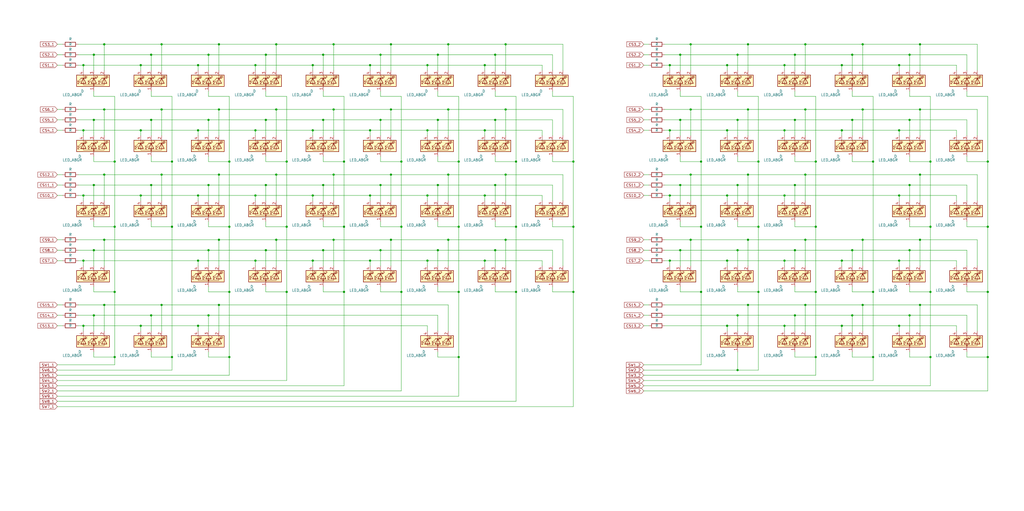
<source format=kicad_sch>
(kicad_sch (version 20220404) (generator eeschema)
  (paper "User" 499.008 248.996)
  (title_block (title "Nyx (RGB Matrix)") (date "2023-08-05") (rev "2") (comment 1 "Copyright © 2023 HorrorTroll") (comment 2 "GPL2 License"))
  (junction (at 438.15 31.75))
  (junction (at 213.36 90.17))
  (junction (at 448.31 21.59))
  (junction (at 134.62 21.59))
  (junction (at 341.63 78.74))
  (junction (at 185.42 26.67))
  (junction (at 213.36 26.67))
  (junction (at 438.15 95.25))
  (junction (at 50.8 116.84))
  (junction (at 190.5 116.84))
  (junction (at 326.39 127))
  (junction (at 369.57 142.24))
  (junction (at 279.4 78.74))
  (junction (at 410.21 158.75))
  (junction (at 246.38 53.34))
  (junction (at 55.88 142.24))
  (junction (at 443.23 121.92))
  (junction (at 106.68 21.59))
  (junction (at 236.22 127))
  (junction (at 392.43 148.59))
  (junction (at 364.49 85.09))
  (junction (at 369.57 78.74))
  (junction (at 453.39 110.49))
  (junction (at 73.66 153.67))
  (junction (at 152.4 31.75))
  (junction (at 481.33 173.99))
  (junction (at 453.39 173.99))
  (junction (at 397.51 78.74))
  (junction (at 341.63 110.49))
  (junction (at 354.33 158.75))
  (junction (at 106.68 148.59))
  (junction (at 40.64 95.25))
  (junction (at 96.52 63.5))
  (junction (at 195.58 78.74))
  (junction (at 341.63 142.24))
  (junction (at 78.74 21.59))
  (junction (at 425.45 78.74))
  (junction (at 387.35 121.92))
  (junction (at 481.33 110.49))
  (junction (at 167.64 142.24))
  (junction (at 223.52 110.49))
  (junction (at 443.23 58.42))
  (junction (at 415.29 58.42))
  (junction (at 241.3 58.42))
  (junction (at 134.62 53.34))
  (junction (at 354.33 63.5))
  (junction (at 101.6 90.17))
  (junction (at 83.82 78.74))
  (junction (at 382.27 31.75))
  (junction (at 420.37 53.34))
  (junction (at 157.48 90.17))
  (junction (at 45.72 90.17))
  (junction (at 241.3 121.92))
  (junction (at 124.46 63.5))
  (junction (at 124.46 127))
  (junction (at 40.64 31.75))
  (junction (at 124.46 31.75))
  (junction (at 185.42 90.17))
  (junction (at 326.39 95.25))
  (junction (at 425.45 142.24))
  (junction (at 129.54 90.17))
  (junction (at 152.4 95.25))
  (junction (at 139.7 110.49))
  (junction (at 241.3 90.17))
  (junction (at 129.54 121.92))
  (junction (at 223.52 78.74))
  (junction (at 453.39 142.24))
  (junction (at 40.64 127))
  (junction (at 68.58 95.25))
  (junction (at 443.23 26.67))
  (junction (at 397.51 110.49))
  (junction (at 246.38 116.84))
  (junction (at 251.46 110.49))
  (junction (at 157.48 121.92))
  (junction (at 279.4 142.24))
  (junction (at 382.27 127))
  (junction (at 101.6 26.67))
  (junction (at 152.4 127))
  (junction (at 415.29 121.92))
  (junction (at 481.33 78.74))
  (junction (at 331.47 90.17))
  (junction (at 443.23 90.17))
  (junction (at 162.56 116.84))
  (junction (at 185.42 121.92))
  (junction (at 111.76 110.49))
  (junction (at 68.58 63.5))
  (junction (at 336.55 85.09))
  (junction (at 359.41 153.67))
  (junction (at 382.27 158.75))
  (junction (at 129.54 58.42))
  (junction (at 45.72 121.92))
  (junction (at 420.37 148.59))
  (junction (at 55.88 173.99))
  (junction (at 73.66 90.17))
  (junction (at 180.34 63.5))
  (junction (at 359.41 58.42))
  (junction (at 326.39 31.75))
  (junction (at 392.43 85.09))
  (junction (at 392.43 21.59))
  (junction (at 397.51 142.24))
  (junction (at 387.35 153.67))
  (junction (at 415.29 26.67))
  (junction (at 364.49 116.84))
  (junction (at 208.28 63.5))
  (junction (at 83.82 173.99))
  (junction (at 50.8 21.59))
  (junction (at 180.34 31.75))
  (junction (at 326.39 63.5))
  (junction (at 236.22 95.25))
  (junction (at 382.27 63.5))
  (junction (at 68.58 31.75))
  (junction (at 213.36 58.42))
  (junction (at 246.38 85.09))
  (junction (at 336.55 53.34))
  (junction (at 83.82 110.49))
  (junction (at 167.64 110.49))
  (junction (at 336.55 21.59))
  (junction (at 397.51 173.99))
  (junction (at 331.47 58.42))
  (junction (at 208.28 127))
  (junction (at 359.41 90.17))
  (junction (at 190.5 85.09))
  (junction (at 438.15 158.75))
  (junction (at 420.37 116.84))
  (junction (at 218.44 116.84))
  (junction (at 223.52 173.99))
  (junction (at 78.74 85.09))
  (junction (at 78.74 148.59))
  (junction (at 331.47 121.92))
  (junction (at 55.88 78.74))
  (junction (at 331.47 26.67))
  (junction (at 190.5 21.59))
  (junction (at 448.31 85.09))
  (junction (at 96.52 127))
  (junction (at 392.43 53.34))
  (junction (at 392.43 116.84))
  (junction (at 364.49 21.59))
  (junction (at 387.35 90.17))
  (junction (at 50.8 53.34))
  (junction (at 336.55 116.84))
  (junction (at 387.35 26.67))
  (junction (at 73.66 26.67))
  (junction (at 139.7 142.24))
  (junction (at 157.48 26.67))
  (junction (at 101.6 121.92))
  (junction (at 438.15 127))
  (junction (at 448.31 148.59))
  (junction (at 387.35 58.42))
  (junction (at 410.21 31.75))
  (junction (at 134.62 116.84))
  (junction (at 448.31 116.84))
  (junction (at 443.23 153.67))
  (junction (at 354.33 127))
  (junction (at 40.64 63.5))
  (junction (at 50.8 148.59))
  (junction (at 124.46 95.25))
  (junction (at 55.88 110.49))
  (junction (at 190.5 53.34))
  (junction (at 180.34 127))
  (junction (at 45.72 153.67))
  (junction (at 359.41 121.92))
  (junction (at 438.15 63.5))
  (junction (at 251.46 78.74))
  (junction (at 180.34 95.25))
  (junction (at 425.45 173.99))
  (junction (at 359.41 180.34))
  (junction (at 364.49 148.59))
  (junction (at 218.44 85.09))
  (junction (at 359.41 26.67))
  (junction (at 78.74 53.34))
  (junction (at 111.76 173.99))
  (junction (at 101.6 153.67))
  (junction (at 68.58 158.75))
  (junction (at 218.44 53.34))
  (junction (at 448.31 53.34))
  (junction (at 481.33 142.24))
  (junction (at 106.68 116.84))
  (junction (at 236.22 31.75))
  (junction (at 246.38 21.59))
  (junction (at 96.52 158.75))
  (junction (at 111.76 78.74))
  (junction (at 208.28 95.25))
  (junction (at 101.6 58.42))
  (junction (at 410.21 127))
  (junction (at 134.62 85.09))
  (junction (at 354.33 95.25))
  (junction (at 410.21 63.5))
  (junction (at 354.33 31.75))
  (junction (at 162.56 21.59))
  (junction (at 50.8 85.09))
  (junction (at 364.49 53.34))
  (junction (at 73.66 58.42))
  (junction (at 218.44 21.59))
  (junction (at 195.58 110.49))
  (junction (at 96.52 95.25))
  (junction (at 167.64 78.74))
  (junction (at 106.68 53.34))
  (junction (at 279.4 110.49))
  (junction (at 369.57 110.49))
  (junction (at 96.52 31.75))
  (junction (at 420.37 21.59))
  (junction (at 139.7 78.74))
  (junction (at 40.64 158.75))
  (junction (at 195.58 142.24))
  (junction (at 45.72 26.67))
  (junction (at 162.56 85.09))
  (junction (at 152.4 63.5))
  (junction (at 208.28 31.75))
  (junction (at 45.72 58.42))
  (junction (at 213.36 121.92))
  (junction (at 185.42 58.42))
  (junction (at 251.46 142.24))
  (junction (at 106.68 85.09))
  (junction (at 415.29 153.67))
  (junction (at 241.3 26.67))
  (junction (at 382.27 95.25))
  (junction (at 111.76 142.24))
  (junction (at 162.56 53.34))
  (junction (at 453.39 78.74))
  (junction (at 223.52 142.24))
  (junction (at 129.54 26.67))
  (junction (at 236.22 63.5))
  (junction (at 157.48 58.42))
  (wire (pts (xy 410.21 31.75) (xy 410.21 34.29)))
  (wire (pts (xy 190.5 53.34) (xy 190.5 66.04)))
  (wire (pts (xy 438.15 158.75) (xy 438.15 161.29)))
  (wire (pts (xy 331.47 97.79) (xy 331.47 90.17)))
  (wire (pts (xy 73.66 46.99) (xy 83.82 46.99)))
  (wire (pts (xy 448.31 85.09) (xy 476.25 85.09)))
  (wire (pts (xy 185.42 76.2) (xy 185.42 78.74)))
  (wire (pts (xy 38.1 127) (xy 40.64 127)))
  (wire (pts (xy 313.69 190.5) (xy 481.33 190.5)))
  (wire (pts (xy 269.24 46.99) (xy 279.4 46.99)))
  (wire (pts (xy 134.62 21.59) (xy 162.56 21.59)))
  (wire (pts (xy 218.44 148.59) (xy 218.44 161.29)))
  (wire (pts (xy 208.28 95.25) (xy 208.28 97.79)))
  (wire (pts (xy 387.35 107.95) (xy 387.35 110.49)))
  (wire (pts (xy 167.64 78.74) (xy 167.64 46.99)))
  (wire (pts (xy 354.33 31.75) (xy 354.33 34.29)))
  (wire (pts (xy 387.35 46.99) (xy 397.51 46.99)))
  (wire (pts (xy 364.49 85.09) (xy 364.49 97.79)))
  (wire (pts (xy 313.69 85.09) (xy 316.23 85.09)))
  (wire (pts (xy 167.64 46.99) (xy 157.48 46.99)))
  (wire (pts (xy 369.57 110.49) (xy 369.57 142.24)))
  (wire (pts (xy 73.66 153.67) (xy 73.66 161.29)))
  (wire (pts (xy 134.62 116.84) (xy 134.62 129.54)))
  (wire (pts (xy 323.85 127) (xy 326.39 127)))
  (wire (pts (xy 323.85 121.92) (xy 331.47 121.92)))
  (wire (pts (xy 27.94 148.59) (xy 30.48 148.59)))
  (wire (pts (xy 246.38 21.59) (xy 246.38 34.29)))
  (wire (pts (xy 106.68 21.59) (xy 78.74 21.59)))
  (wire (pts (xy 241.3 110.49) (xy 241.3 107.95)))
  (wire (pts (xy 101.6 46.99) (xy 111.76 46.99)))
  (wire (pts (xy 27.94 195.58) (xy 251.46 195.58)))
  (wire (pts (xy 124.46 63.5) (xy 96.52 63.5)))
  (wire (pts (xy 152.4 127) (xy 152.4 129.54)))
  (wire (pts (xy 68.58 63.5) (xy 68.58 66.04)))
  (wire (pts (xy 45.72 34.29) (xy 45.72 26.67)))
  (wire (pts (xy 195.58 78.74) (xy 195.58 110.49)))
  (wire (pts (xy 101.6 44.45) (xy 101.6 46.99)))
  (wire (pts (xy 124.46 127) (xy 96.52 127)))
  (wire (pts (xy 190.5 85.09) (xy 190.5 97.79)))
  (wire (pts (xy 124.46 31.75) (xy 124.46 34.29)))
  (wire (pts (xy 129.54 107.95) (xy 129.54 110.49)))
  (wire (pts (xy 410.21 31.75) (xy 382.27 31.75)))
  (wire (pts (xy 387.35 142.24) (xy 387.35 139.7)))
  (wire (pts (xy 476.25 21.59) (xy 476.25 34.29)))
  (wire (pts (xy 316.23 153.67) (xy 313.69 153.67)))
  (wire (pts (xy 481.33 173.99) (xy 481.33 142.24)))
  (wire (pts (xy 129.54 58.42) (xy 101.6 58.42)))
  (wire (pts (xy 331.47 129.54) (xy 331.47 121.92)))
  (wire (pts (xy 50.8 129.54) (xy 50.8 116.84)))
  (wire (pts (xy 124.46 127) (xy 124.46 129.54)))
  (wire (pts (xy 50.8 148.59) (xy 78.74 148.59)))
  (wire (pts (xy 392.43 97.79) (xy 392.43 85.09)))
  (wire (pts (xy 68.58 158.75) (xy 68.58 161.29)))
  (wire (pts (xy 208.28 31.75) (xy 208.28 34.29)))
  (wire (pts (xy 438.15 31.75) (xy 438.15 34.29)))
  (wire (pts (xy 387.35 58.42) (xy 359.41 58.42)))
  (wire (pts (xy 471.17 121.92) (xy 443.23 121.92)))
  (wire (pts (xy 96.52 129.54) (xy 96.52 127)))
  (wire (pts (xy 73.66 58.42) (xy 73.66 66.04)))
  (wire (pts (xy 313.69 187.96) (xy 453.39 187.96)))
  (wire (pts (xy 45.72 26.67) (xy 73.66 26.67)))
  (wire (pts (xy 415.29 26.67) (xy 387.35 26.67)))
  (wire (pts (xy 134.62 21.59) (xy 134.62 34.29)))
  (wire (pts (xy 313.69 121.92) (xy 316.23 121.92)))
  (wire (pts (xy 101.6 58.42) (xy 73.66 58.42)))
  (wire (pts (xy 27.94 85.09) (xy 30.48 85.09)))
  (wire (pts (xy 392.43 53.34) (xy 364.49 53.34)))
  (wire (pts (xy 129.54 58.42) (xy 129.54 66.04)))
  (wire (pts (xy 279.4 198.12) (xy 279.4 142.24)))
  (wire (pts (xy 443.23 173.99) (xy 453.39 173.99)))
  (wire (pts (xy 223.52 46.99) (xy 213.36 46.99)))
  (wire (pts (xy 190.5 116.84) (xy 190.5 129.54)))
  (wire (pts (xy 236.22 127) (xy 208.28 127)))
  (wire (pts (xy 471.17 139.7) (xy 471.17 142.24)))
  (wire (pts (xy 336.55 21.59) (xy 364.49 21.59)))
  (wire (pts (xy 78.74 21.59) (xy 78.74 34.29)))
  (wire (pts (xy 415.29 44.45) (xy 415.29 46.99)))
  (wire (pts (xy 415.29 26.67) (xy 415.29 34.29)))
  (wire (pts (xy 392.43 85.09) (xy 448.31 85.09)))
  (wire (pts (xy 323.85 158.75) (xy 354.33 158.75)))
  (wire (pts (xy 45.72 153.67) (xy 73.66 153.67)))
  (wire (pts (xy 420.37 148.59) (xy 420.37 161.29)))
  (wire (pts (xy 40.64 31.75) (xy 68.58 31.75)))
  (wire (pts (xy 359.41 161.29) (xy 359.41 153.67)))
  (wire (pts (xy 134.62 53.34) (xy 106.68 53.34)))
  (wire (pts (xy 323.85 63.5) (xy 326.39 63.5)))
  (wire (pts (xy 387.35 110.49) (xy 397.51 110.49)))
  (wire (pts (xy 264.16 129.54) (xy 264.16 127)))
  (wire (pts (xy 264.16 66.04) (xy 264.16 63.5)))
  (wire (pts (xy 218.44 21.59) (xy 218.44 34.29)))
  (wire (pts (xy 466.09 31.75) (xy 466.09 34.29)))
  (wire (pts (xy 476.25 116.84) (xy 448.31 116.84)))
  (wire (pts (xy 27.94 182.88) (xy 111.76 182.88)))
  (wire (pts (xy 336.55 34.29) (xy 336.55 21.59)))
  (wire (pts (xy 359.41 58.42) (xy 359.41 66.04)))
  (wire (pts (xy 180.34 31.75) (xy 208.28 31.75)))
  (wire (pts (xy 354.33 95.25) (xy 354.33 97.79)))
  (wire (pts (xy 195.58 110.49) (xy 185.42 110.49)))
  (wire (pts (xy 313.69 31.75) (xy 316.23 31.75)))
  (wire (pts (xy 443.23 90.17) (xy 443.23 97.79)))
  (wire (pts (xy 45.72 78.74) (xy 45.72 76.2)))
  (wire (pts (xy 453.39 110.49) (xy 443.23 110.49)))
  (wire (pts (xy 157.48 90.17) (xy 157.48 97.79)))
  (wire (pts (xy 241.3 76.2) (xy 241.3 78.74)))
  (wire (pts (xy 101.6 34.29) (xy 101.6 26.67)))
  (wire (pts (xy 410.21 63.5) (xy 382.27 63.5)))
  (wire (pts (xy 139.7 110.49) (xy 139.7 142.24)))
  (wire (pts (xy 313.69 21.59) (xy 316.23 21.59)))
  (wire (pts (xy 336.55 97.79) (xy 336.55 85.09)))
  (wire (pts (xy 40.64 127) (xy 96.52 127)))
  (wire (pts (xy 55.88 110.49) (xy 55.88 142.24)))
  (wire (pts (xy 38.1 121.92) (xy 45.72 121.92)))
  (wire (pts (xy 264.16 34.29) (xy 264.16 31.75)))
  (wire (pts (xy 27.94 121.92) (xy 30.48 121.92)))
  (wire (pts (xy 415.29 58.42) (xy 415.29 66.04)))
  (wire (pts (xy 369.57 142.24) (xy 369.57 180.34)))
  (wire (pts (xy 471.17 58.42) (xy 443.23 58.42)))
  (wire (pts (xy 269.24 58.42) (xy 241.3 58.42)))
  (wire (pts (xy 162.56 21.59) (xy 190.5 21.59)))
  (wire (pts (xy 251.46 78.74) (xy 251.46 110.49)))
  (wire (pts (xy 106.68 129.54) (xy 106.68 116.84)))
  (wire (pts (xy 218.44 85.09) (xy 246.38 85.09)))
  (wire (pts (xy 471.17 153.67) (xy 471.17 161.29)))
  (wire (pts (xy 27.94 193.04) (xy 223.52 193.04)))
  (wire (pts (xy 387.35 173.99) (xy 397.51 173.99)))
  (wire (pts (xy 397.51 110.49) (xy 397.51 142.24)))
  (wire (pts (xy 443.23 76.2) (xy 443.23 78.74)))
  (wire (pts (xy 134.62 21.59) (xy 106.68 21.59)))
  (wire (pts (xy 274.32 116.84) (xy 246.38 116.84)))
  (wire (pts (xy 157.48 121.92) (xy 129.54 121.92)))
  (wire (pts (xy 323.85 153.67) (xy 359.41 153.67)))
  (wire (pts (xy 387.35 78.74) (xy 387.35 76.2)))
  (wire (pts (xy 251.46 110.49) (xy 241.3 110.49)))
  (wire (pts (xy 326.39 95.25) (xy 354.33 95.25)))
  (wire (pts (xy 213.36 26.67) (xy 241.3 26.67)))
  (wire (pts (xy 167.64 142.24) (xy 167.64 110.49)))
  (wire (pts (xy 68.58 95.25) (xy 68.58 97.79)))
  (wire (pts (xy 111.76 182.88) (xy 111.76 173.99)))
  (wire (pts (xy 38.1 53.34) (xy 50.8 53.34)))
  (wire (pts (xy 331.47 121.92) (xy 359.41 121.92)))
  (wire (pts (xy 331.47 26.67) (xy 359.41 26.67)))
  (wire (pts (xy 326.39 63.5) (xy 354.33 63.5)))
  (wire (pts (xy 438.15 158.75) (xy 466.09 158.75)))
  (wire (pts (xy 124.46 95.25) (xy 96.52 95.25)))
  (wire (pts (xy 218.44 21.59) (xy 246.38 21.59)))
  (wire (pts (xy 392.43 34.29) (xy 392.43 21.59)))
  (wire (pts (xy 443.23 78.74) (xy 453.39 78.74)))
  (wire (pts (xy 313.69 63.5) (xy 316.23 63.5)))
  (wire (pts (xy 387.35 44.45) (xy 387.35 46.99)))
  (wire (pts (xy 313.69 90.17) (xy 316.23 90.17)))
  (wire (pts (xy 213.36 142.24) (xy 223.52 142.24)))
  (wire (pts (xy 111.76 110.49) (xy 111.76 142.24)))
  (wire (pts (xy 152.4 31.75) (xy 152.4 34.29)))
  (wire (pts (xy 246.38 116.84) (xy 218.44 116.84)))
  (wire (pts (xy 185.42 58.42) (xy 157.48 58.42)))
  (wire (pts (xy 269.24 97.79) (xy 269.24 90.17)))
  (wire (pts (xy 180.34 127) (xy 180.34 129.54)))
  (wire (pts (xy 223.52 142.24) (xy 223.52 173.99)))
  (wire (pts (xy 331.47 44.45) (xy 331.47 46.99)))
  (wire (pts (xy 96.52 63.5) (xy 68.58 63.5)))
  (wire (pts (xy 241.3 58.42) (xy 213.36 58.42)))
  (wire (pts (xy 38.1 116.84) (xy 50.8 116.84)))
  (wire (pts (xy 341.63 177.8) (xy 341.63 142.24)))
  (wire (pts (xy 55.88 173.99) (xy 45.72 173.99)))
  (wire (pts (xy 481.33 78.74) (xy 481.33 110.49)))
  (wire (pts (xy 448.31 53.34) (xy 420.37 53.34)))
  (wire (pts (xy 30.48 31.75) (xy 27.94 31.75)))
  (wire (pts (xy 420.37 21.59) (xy 448.31 21.59)))
  (wire (pts (xy 415.29 78.74) (xy 415.29 76.2)))
  (wire (pts (xy 397.51 78.74) (xy 387.35 78.74)))
  (wire (pts (xy 410.21 63.5) (xy 410.21 66.04)))
  (wire (pts (xy 471.17 171.45) (xy 471.17 173.99)))
  (wire (pts (xy 139.7 46.99) (xy 139.7 78.74)))
  (wire (pts (xy 190.5 21.59) (xy 218.44 21.59)))
  (wire (pts (xy 101.6 161.29) (xy 101.6 153.67)))
  (wire (pts (xy 410.21 158.75) (xy 438.15 158.75)))
  (wire (pts (xy 410.21 127) (xy 382.27 127)))
  (wire (pts (xy 83.82 180.34) (xy 83.82 173.99)))
  (wire (pts (xy 162.56 53.34) (xy 162.56 66.04)))
  (wire (pts (xy 111.76 78.74) (xy 111.76 110.49)))
  (wire (pts (xy 264.16 31.75) (xy 236.22 31.75)))
  (wire (pts (xy 27.94 53.34) (xy 30.48 53.34)))
  (wire (pts (xy 27.94 158.75) (xy 30.48 158.75)))
  (wire (pts (xy 101.6 110.49) (xy 111.76 110.49)))
  (wire (pts (xy 218.44 116.84) (xy 218.44 129.54)))
  (wire (pts (xy 471.17 121.92) (xy 471.17 129.54)))
  (wire (pts (xy 336.55 53.34) (xy 364.49 53.34)))
  (wire (pts (xy 453.39 78.74) (xy 453.39 46.99)))
  (wire (pts (xy 139.7 185.42) (xy 139.7 142.24)))
  (wire (pts (xy 241.3 26.67) (xy 241.3 34.29)))
  (wire (pts (xy 139.7 142.24) (xy 129.54 142.24)))
  (wire (pts (xy 185.42 90.17) (xy 185.42 97.79)))
  (wire (pts (xy 453.39 173.99) (xy 453.39 142.24)))
  (wire (pts (xy 331.47 34.29) (xy 331.47 26.67)))
  (wire (pts (xy 359.41 139.7) (xy 359.41 142.24)))
  (wire (pts (xy 213.36 173.99) (xy 223.52 173.99)))
  (wire (pts (xy 27.94 180.34) (xy 83.82 180.34)))
  (wire (pts (xy 185.42 78.74) (xy 195.58 78.74)))
  (wire (pts (xy 50.8 97.79) (xy 50.8 85.09)))
  (wire (pts (xy 45.72 173.99) (xy 45.72 171.45)))
  (wire (pts (xy 359.41 153.67) (xy 387.35 153.67)))
  (wire (pts (xy 274.32 34.29) (xy 274.32 21.59)))
  (wire (pts (xy 55.88 46.99) (xy 55.88 78.74)))
  (wire (pts (xy 481.33 110.49) (xy 471.17 110.49)))
  (wire (pts (xy 354.33 127) (xy 354.33 129.54)))
  (wire (pts (xy 443.23 58.42) (xy 415.29 58.42)))
  (wire (pts (xy 316.23 26.67) (xy 313.69 26.67)))
  (wire (pts (xy 213.36 76.2) (xy 213.36 78.74)))
  (wire (pts (xy 443.23 90.17) (xy 471.17 90.17)))
  (wire (pts (xy 443.23 26.67) (xy 443.23 34.29)))
  (wire (pts (xy 83.82 110.49) (xy 83.82 173.99)))
  (wire (pts (xy 415.29 58.42) (xy 387.35 58.42)))
  (wire (pts (xy 279.4 110.49) (xy 279.4 142.24)))
  (wire (pts (xy 157.48 142.24) (xy 167.64 142.24)))
  (wire (pts (xy 195.58 142.24) (xy 195.58 110.49)))
  (wire (pts (xy 101.6 90.17) (xy 73.66 90.17)))
  (wire (pts (xy 213.36 121.92) (xy 185.42 121.92)))
  (wire (pts (xy 111.76 142.24) (xy 101.6 142.24)))
  (wire (pts (xy 45.72 44.45) (xy 45.72 46.99)))
  (wire (pts (xy 481.33 142.24) (xy 481.33 110.49)))
  (wire (pts (xy 27.94 190.5) (xy 195.58 190.5)))
  (wire (pts (xy 331.47 46.99) (xy 341.63 46.99)))
  (wire (pts (xy 382.27 129.54) (xy 382.27 127)))
  (wire (pts (xy 157.48 90.17) (xy 185.42 90.17)))
  (wire (pts (xy 223.52 78.74) (xy 223.52 110.49)))
  (wire (pts (xy 157.48 139.7) (xy 157.48 142.24)))
  (wire (pts (xy 246.38 85.09) (xy 246.38 97.79)))
  (wire (pts (xy 387.35 97.79) (xy 387.35 90.17)))
  (wire (pts (xy 471.17 90.17) (xy 471.17 97.79)))
  (wire (pts (xy 471.17 110.49) (xy 471.17 107.95)))
  (wire (pts (xy 269.24 110.49) (xy 279.4 110.49)))
  (wire (pts (xy 124.46 31.75) (xy 152.4 31.75)))
  (wire (pts (xy 213.36 78.74) (xy 223.52 78.74)))
  (wire (pts (xy 359.41 46.99) (xy 369.57 46.99)))
  (wire (pts (xy 73.66 173.99) (xy 73.66 171.45)))
  (wire (pts (xy 208.28 63.5) (xy 208.28 66.04)))
  (wire (pts (xy 185.42 90.17) (xy 213.36 90.17)))
  (wire (pts (xy 152.4 95.25) (xy 152.4 97.79)))
  (wire (pts (xy 476.25 116.84) (xy 476.25 129.54)))
  (wire (pts (xy 190.5 21.59) (xy 190.5 34.29)))
  (wire (pts (xy 45.72 142.24) (xy 45.72 139.7)))
  (wire (pts (xy 218.44 85.09) (xy 218.44 97.79)))
  (wire (pts (xy 152.4 127) (xy 124.46 127)))
  (wire (pts (xy 331.47 90.17) (xy 359.41 90.17)))
  (wire (pts (xy 359.41 121.92) (xy 387.35 121.92)))
  (wire (pts (xy 269.24 26.67) (xy 241.3 26.67)))
  (wire (pts (xy 269.24 66.04) (xy 269.24 58.42)))
  (wire (pts (xy 55.88 78.74) (xy 45.72 78.74)))
  (wire (pts (xy 139.7 78.74) (xy 139.7 110.49)))
  (wire (pts (xy 40.64 66.04) (xy 40.64 63.5)))
  (wire (pts (xy 410.21 158.75) (xy 410.21 161.29)))
  (wire (pts (xy 241.3 46.99) (xy 241.3 44.45)))
  (wire (pts (xy 313.69 95.25) (xy 316.23 95.25)))
  (wire (pts (xy 83.82 173.99) (xy 73.66 173.99)))
  (wire (pts (xy 50.8 53.34) (xy 78.74 53.34)))
  (wire (pts (xy 162.56 116.84) (xy 162.56 129.54)))
  (wire (pts (xy 129.54 142.24) (xy 129.54 139.7)))
  (wire (pts (xy 443.23 110.49) (xy 443.23 107.95)))
  (wire (pts (xy 410.21 127) (xy 410.21 129.54)))
  (wire (pts (xy 96.52 161.29) (xy 96.52 158.75)))
  (wire (pts (xy 323.85 31.75) (xy 326.39 31.75)))
  (wire (pts (xy 124.46 63.5) (xy 124.46 66.04)))
  (wire (pts (xy 382.27 31.75) (xy 354.33 31.75)))
  (wire (pts (xy 38.1 90.17) (xy 45.72 90.17)))
  (wire (pts (xy 466.09 95.25) (xy 466.09 97.79)))
  (wire (pts (xy 425.45 78.74) (xy 425.45 142.24)))
  (wire (pts (xy 101.6 97.79) (xy 101.6 90.17)))
  (wire (pts (xy 208.28 158.75) (xy 208.28 161.29)))
  (wire (pts (xy 364.49 148.59) (xy 392.43 148.59)))
  (wire (pts (xy 180.34 31.75) (xy 180.34 34.29)))
  (wire (pts (xy 236.22 97.79) (xy 236.22 95.25)))
  (wire (pts (xy 264.16 97.79) (xy 264.16 95.25)))
  (wire (pts (xy 448.31 148.59) (xy 476.25 148.59)))
  (wire (pts (xy 326.39 31.75) (xy 354.33 31.75)))
  (wire (pts (xy 359.41 90.17) (xy 359.41 97.79)))
  (wire (pts (xy 425.45 142.24) (xy 415.29 142.24)))
  (wire (pts (xy 420.37 53.34) (xy 420.37 66.04)))
  (wire (pts (xy 251.46 195.58) (xy 251.46 142.24)))
  (wire (pts (xy 264.16 63.5) (xy 236.22 63.5)))
  (wire (pts (xy 364.49 161.29) (xy 364.49 148.59)))
  (wire (pts (xy 241.3 142.24) (xy 251.46 142.24)))
  (wire (pts (xy 38.1 63.5) (xy 40.64 63.5)))
  (wire (pts (xy 129.54 121.92) (xy 101.6 121.92)))
  (wire (pts (xy 466.09 63.5) (xy 438.15 63.5)))
  (wire (pts (xy 448.31 53.34) (xy 448.31 66.04)))
  (wire (pts (xy 382.27 95.25) (xy 438.15 95.25)))
  (wire (pts (xy 251.46 142.24) (xy 251.46 110.49)))
  (wire (pts (xy 443.23 121.92) (xy 443.23 129.54)))
  (wire (pts (xy 415.29 153.67) (xy 443.23 153.67)))
  (wire (pts (xy 129.54 26.67) (xy 129.54 34.29)))
  (wire (pts (xy 246.38 53.34) (xy 246.38 66.04)))
  (wire (pts (xy 241.3 121.92) (xy 213.36 121.92)))
  (wire (pts (xy 336.55 66.04) (xy 336.55 53.34)))
  (wire (pts (xy 68.58 31.75) (xy 68.58 34.29)))
  (wire (pts (xy 157.48 76.2) (xy 157.48 78.74)))
  (wire (pts (xy 38.1 158.75) (xy 40.64 158.75)))
  (wire (pts (xy 208.28 63.5) (xy 180.34 63.5)))
  (wire (pts (xy 471.17 76.2) (xy 471.17 78.74)))
  (wire (pts (xy 45.72 90.17) (xy 73.66 90.17)))
  (wire (pts (xy 415.29 26.67) (xy 443.23 26.67)))
  (wire (pts (xy 45.72 66.04) (xy 45.72 58.42)))
  (wire (pts (xy 101.6 66.04) (xy 101.6 58.42)))
  (wire (pts (xy 213.36 153.67) (xy 213.36 161.29)))
  (wire (pts (xy 241.3 78.74) (xy 251.46 78.74)))
  (wire (pts (xy 415.29 173.99) (xy 415.29 171.45)))
  (wire (pts (xy 471.17 142.24) (xy 481.33 142.24)))
  (wire (pts (xy 73.66 44.45) (xy 73.66 46.99)))
  (wire (pts (xy 45.72 129.54) (xy 45.72 121.92)))
  (wire (pts (xy 129.54 90.17) (xy 129.54 97.79)))
  (wire (pts (xy 96.52 66.04) (xy 96.52 63.5)))
  (wire (pts (xy 111.76 46.99) (xy 111.76 78.74)))
  (wire (pts (xy 236.22 66.04) (xy 236.22 63.5)))
  (wire (pts (xy 106.68 85.09) (xy 78.74 85.09)))
  (wire (pts (xy 269.24 129.54) (xy 269.24 121.92)))
  (wire (pts (xy 45.72 97.79) (xy 45.72 90.17)))
  (wire (pts (xy 213.36 46.99) (xy 213.36 44.45)))
  (wire (pts (xy 382.27 97.79) (xy 382.27 95.25)))
  (wire (pts (xy 40.64 63.5) (xy 68.58 63.5)))
  (wire (pts (xy 425.45 46.99) (xy 425.45 78.74)))
  (wire (pts (xy 331.47 110.49) (xy 341.63 110.49)))
  (wire (pts (xy 213.36 139.7) (xy 213.36 142.24)))
  (wire (pts (xy 323.85 148.59) (xy 364.49 148.59)))
  (wire (pts (xy 415.29 121.92) (xy 387.35 121.92)))
  (wire (pts (xy 27.94 177.8) (xy 55.88 177.8)))
  (wire (pts (xy 471.17 26.67) (xy 471.17 34.29)))
  (wire (pts (xy 448.31 85.09) (xy 448.31 97.79)))
  (wire (pts (xy 162.56 85.09) (xy 162.56 97.79)))
  (wire (pts (xy 129.54 26.67) (xy 101.6 26.67)))
  (wire (pts (xy 38.1 26.67) (xy 45.72 26.67)))
  (wire (pts (xy 73.66 26.67) (xy 73.66 34.29)))
  (wire (pts (xy 73.66 110.49) (xy 83.82 110.49)))
  (wire (pts (xy 78.74 85.09) (xy 78.74 97.79)))
  (wire (pts (xy 96.52 34.29) (xy 96.52 31.75)))
  (wire (pts (xy 45.72 121.92) (xy 101.6 121.92)))
  (wire (pts (xy 392.43 85.09) (xy 364.49 85.09)))
  (wire (pts (xy 111.76 173.99) (xy 101.6 173.99)))
  (wire (pts (xy 185.42 110.49) (xy 185.42 107.95)))
  (wire (pts (xy 331.47 78.74) (xy 331.47 76.2)))
  (wire (pts (xy 73.66 78.74) (xy 73.66 76.2)))
  (wire (pts (xy 213.36 110.49) (xy 213.36 107.95)))
  (wire (pts (xy 185.42 121.92) (xy 157.48 121.92)))
  (wire (pts (xy 218.44 116.84) (xy 190.5 116.84)))
  (wire (pts (xy 313.69 185.42) (xy 425.45 185.42)))
  (wire (pts (xy 443.23 139.7) (xy 443.23 142.24)))
  (wire (pts (xy 152.4 95.25) (xy 180.34 95.25)))
  (wire (pts (xy 124.46 95.25) (xy 124.46 97.79)))
  (wire (pts (xy 359.41 121.92) (xy 359.41 129.54)))
  (wire (pts (xy 425.45 173.99) (xy 425.45 142.24)))
  (wire (pts (xy 448.31 116.84) (xy 420.37 116.84)))
  (wire (pts (xy 326.39 97.79) (xy 326.39 95.25)))
  (wire (pts (xy 218.44 53.34) (xy 190.5 53.34)))
  (wire (pts (xy 443.23 153.67) (xy 443.23 161.29)))
  (wire (pts (xy 218.44 53.34) (xy 218.44 66.04)))
  (wire (pts (xy 448.31 21.59) (xy 476.25 21.59)))
  (wire (pts (xy 443.23 46.99) (xy 443.23 44.45)))
  (wire (pts (xy 326.39 66.04) (xy 326.39 63.5)))
  (wire (pts (xy 38.1 21.59) (xy 50.8 21.59)))
  (wire (pts (xy 279.4 46.99) (xy 279.4 78.74)))
  (wire (pts (xy 382.27 63.5) (xy 354.33 63.5)))
  (wire (pts (xy 279.4 78.74) (xy 269.24 78.74)))
  (wire (pts (xy 180.34 95.25) (xy 208.28 95.25)))
  (wire (pts (xy 397.51 46.99) (xy 397.51 78.74)))
  (wire (pts (xy 364.49 53.34) (xy 364.49 66.04)))
  (wire (pts (xy 274.32 21.59) (xy 246.38 21.59)))
  (wire (pts (xy 124.46 95.25) (xy 152.4 95.25)))
  (wire (pts (xy 30.48 26.67) (xy 27.94 26.67)))
  (wire (pts (xy 323.85 26.67) (xy 331.47 26.67)))
  (wire (pts (xy 241.3 139.7) (xy 241.3 142.24)))
  (wire (pts (xy 101.6 129.54) (xy 101.6 121.92)))
  (wire (pts (xy 481.33 46.99) (xy 471.17 46.99)))
  (wire (pts (xy 38.1 153.67) (xy 45.72 153.67)))
  (wire (pts (xy 101.6 142.24) (xy 101.6 139.7)))
  (wire (pts (xy 251.46 78.74) (xy 251.46 46.99)))
  (wire (pts (xy 336.55 116.84) (xy 364.49 116.84)))
  (wire (pts (xy 190.5 116.84) (xy 162.56 116.84)))
  (wire (pts (xy 185.42 46.99) (xy 185.42 44.45)))
  (wire (pts (xy 185.42 26.67) (xy 185.42 34.29)))
  (wire (pts (xy 167.64 187.96) (xy 167.64 142.24)))
  (wire (pts (xy 157.48 78.74) (xy 167.64 78.74)))
  (wire (pts (xy 45.72 107.95) (xy 45.72 110.49)))
  (wire (pts (xy 208.28 31.75) (xy 236.22 31.75)))
  (wire (pts (xy 223.52 110.49) (xy 213.36 110.49)))
  (wire (pts (xy 269.24 107.95) (xy 269.24 110.49)))
  (wire (pts (xy 83.82 46.99) (xy 83.82 78.74)))
  (wire (pts (xy 134.62 85.09) (xy 162.56 85.09)))
  (wire (pts (xy 443.23 26.67) (xy 471.17 26.67)))
  (wire (pts (xy 331.47 66.04) (xy 331.47 58.42)))
  (wire (pts (xy 264.16 127) (xy 236.22 127)))
  (wire (pts (xy 269.24 34.29) (xy 269.24 26.67)))
  (wire (pts (xy 481.33 190.5) (xy 481.33 173.99)))
  (wire (pts (xy 27.94 198.12) (xy 279.4 198.12)))
  (wire (pts (xy 382.27 95.25) (xy 354.33 95.25)))
  (wire (pts (xy 313.69 116.84) (xy 316.23 116.84)))
  (wire (pts (xy 443.23 121.92) (xy 415.29 121.92)))
  (wire (pts (xy 106.68 161.29) (xy 106.68 148.59)))
  (wire (pts (xy 213.36 26.67) (xy 213.36 34.29)))
  (wire (pts (xy 38.1 31.75) (xy 40.64 31.75)))
  (wire (pts (xy 180.34 95.25) (xy 180.34 97.79)))
  (wire (pts (xy 274.32 66.04) (xy 274.32 53.34)))
  (wire (pts (xy 453.39 142.24) (xy 453.39 110.49)))
  (wire (pts (xy 134.62 85.09) (xy 134.62 97.79)))
  (wire (pts (xy 415.29 142.24) (xy 415.29 139.7)))
  (wire (pts (xy 50.8 34.29) (xy 50.8 21.59)))
  (wire (pts (xy 274.32 129.54) (xy 274.32 116.84)))
  (wire (pts (xy 246.38 53.34) (xy 218.44 53.34)))
  (wire (pts (xy 387.35 90.17) (xy 359.41 90.17)))
  (wire (pts (xy 420.37 21.59) (xy 420.37 34.29)))
  (wire (pts (xy 471.17 78.74) (xy 481.33 78.74)))
  (wire (pts (xy 269.24 121.92) (xy 241.3 121.92)))
  (wire (pts (xy 208.28 127) (xy 208.28 129.54)))
  (wire (pts (xy 443.23 153.67) (xy 471.17 153.67)))
  (wire (pts (xy 190.5 85.09) (xy 218.44 85.09)))
  (wire (pts (xy 106.68 148.59) (xy 78.74 148.59)))
  (wire (pts (xy 213.36 171.45) (xy 213.36 173.99)))
  (wire (pts (xy 38.1 58.42) (xy 45.72 58.42)))
  (wire (pts (xy 40.64 34.29) (xy 40.64 31.75)))
  (wire (pts (xy 157.48 26.67) (xy 185.42 26.67)))
  (wire (pts (xy 55.88 142.24) (xy 45.72 142.24)))
  (wire (pts (xy 397.51 78.74) (xy 397.51 110.49)))
  (wire (pts (xy 185.42 142.24) (xy 195.58 142.24)))
  (wire (pts (xy 410.21 31.75) (xy 438.15 31.75)))
  (wire (pts (xy 101.6 153.67) (xy 213.36 153.67)))
  (wire (pts (xy 213.36 58.42) (xy 185.42 58.42)))
  (wire (pts (xy 392.43 66.04) (xy 392.43 53.34)))
  (wire (pts (xy 359.41 44.45) (xy 359.41 46.99)))
  (wire (pts (xy 331.47 107.95) (xy 331.47 110.49)))
  (wire (pts (xy 476.25 148.59) (xy 476.25 161.29)))
  (wire (pts (xy 476.25 53.34) (xy 476.25 66.04)))
  (wire (pts (xy 420.37 116.84) (xy 392.43 116.84)))
  (wire (pts (xy 157.48 26.67) (xy 157.48 34.29)))
  (wire (pts (xy 313.69 53.34) (xy 316.23 53.34)))
  (wire (pts (xy 415.29 153.67) (xy 415.29 161.29)))
  (wire (pts (xy 354.33 63.5) (xy 354.33 66.04)))
  (wire (pts (xy 326.39 129.54) (xy 326.39 127)))
  (wire (pts (xy 45.72 110.49) (xy 55.88 110.49)))
  (wire (pts (xy 369.57 180.34) (xy 359.41 180.34)))
  (wire (pts (xy 185.42 121.92) (xy 185.42 129.54)))
  (wire (pts (xy 129.54 110.49) (xy 139.7 110.49)))
  (wire (pts (xy 162.56 85.09) (xy 190.5 85.09)))
  (wire (pts (xy 443.23 58.42) (xy 443.23 66.04)))
  (wire (pts (xy 157.48 58.42) (xy 157.48 66.04)))
  (wire (pts (xy 369.57 46.99) (xy 369.57 78.74)))
  (wire (pts (xy 387.35 129.54) (xy 387.35 121.92)))
  (wire (pts (xy 101.6 153.67) (xy 73.66 153.67)))
  (wire (pts (xy 241.3 90.17) (xy 241.3 97.79)))
  (wire (pts (xy 326.39 127) (xy 354.33 127)))
  (wire (pts (xy 316.23 58.42) (xy 313.69 58.42)))
  (wire (pts (xy 96.52 97.79) (xy 96.52 95.25)))
  (wire (pts (xy 448.31 116.84) (xy 448.31 129.54)))
  (wire (pts (xy 387.35 34.29) (xy 387.35 26.67)))
  (wire (pts (xy 96.52 158.75) (xy 68.58 158.75)))
  (wire (pts (xy 392.43 21.59) (xy 364.49 21.59)))
  (wire (pts (xy 382.27 158.75) (xy 382.27 161.29)))
  (wire (pts (xy 101.6 26.67) (xy 73.66 26.67)))
  (wire (pts (xy 78.74 53.34) (xy 78.74 66.04)))
  (wire (pts (xy 279.4 142.24) (xy 269.24 142.24)))
  (wire (pts (xy 364.49 21.59) (xy 364.49 34.29)))
  (wire (pts (xy 425.45 78.74) (xy 415.29 78.74)))
  (wire (pts (xy 274.32 53.34) (xy 246.38 53.34)))
  (wire (pts (xy 223.52 78.74) (xy 223.52 46.99)))
  (wire (pts (xy 323.85 95.25) (xy 326.39 95.25)))
  (wire (pts (xy 438.15 63.5) (xy 438.15 66.04)))
  (wire (pts (xy 443.23 171.45) (xy 443.23 173.99)))
  (wire (pts (xy 274.32 97.79) (xy 274.32 85.09)))
  (wire (pts (xy 341.63 46.99) (xy 341.63 78.74)))
  (wire (pts (xy 438.15 127) (xy 438.15 129.54)))
  (wire (pts (xy 27.94 63.5) (xy 30.48 63.5)))
  (wire (pts (xy 341.63 110.49) (xy 341.63 142.24)))
  (wire (pts (xy 213.36 90.17) (xy 213.36 97.79)))
  (wire (pts (xy 185.42 58.42) (xy 185.42 66.04)))
  (wire (pts (xy 420.37 116.84) (xy 420.37 129.54)))
  (wire (pts (xy 129.54 46.99) (xy 139.7 46.99)))
  (wire (pts (xy 157.48 58.42) (xy 129.54 58.42)))
  (wire (pts (xy 397.51 142.24) (xy 397.51 173.99)))
  (wire (pts (xy 30.48 153.67) (xy 27.94 153.67)))
  (wire (pts (xy 73.66 107.95) (xy 73.66 110.49)))
  (wire (pts (xy 124.46 31.75) (xy 96.52 31.75)))
  (wire (pts (xy 129.54 78.74) (xy 129.54 76.2)))
  (wire (pts (xy 420.37 53.34) (xy 392.43 53.34)))
  (wire (pts (xy 387.35 153.67) (xy 415.29 153.67)))
  (wire (pts (xy 448.31 148.59) (xy 448.31 161.29)))
  (wire (pts (xy 106.68 53.34) (xy 78.74 53.34)))
  (wire (pts (xy 279.4 78.74) (xy 279.4 110.49)))
  (wire (pts (xy 453.39 187.96) (xy 453.39 173.99)))
  (wire (pts (xy 274.32 85.09) (xy 246.38 85.09)))
  (wire (pts (xy 369.57 78.74) (xy 359.41 78.74)))
  (wire (pts (xy 425.45 173.99) (xy 415.29 173.99)))
  (wire (pts (xy 134.62 53.34) (xy 134.62 66.04)))
  (wire (pts (xy 397.51 142.24) (xy 387.35 142.24)))
  (wire (pts (xy 481.33 78.74) (xy 481.33 46.99)))
  (wire (pts (xy 129.54 26.67) (xy 157.48 26.67)))
  (wire (pts (xy 397.51 173.99) (xy 397.51 182.88)))
  (wire (pts (xy 40.64 129.54) (xy 40.64 127)))
  (wire (pts (xy 139.7 78.74) (xy 129.54 78.74)))
  (wire (pts (xy 313.69 182.88) (xy 397.51 182.88)))
  (wire (pts (xy 50.8 85.09) (xy 78.74 85.09)))
  (wire (pts (xy 323.85 53.34) (xy 336.55 53.34)))
  (wire (pts (xy 354.33 161.29) (xy 354.33 158.75)))
  (wire (pts (xy 236.22 34.29) (xy 236.22 31.75)))
  (wire (pts (xy 323.85 21.59) (xy 336.55 21.59)))
  (wire (pts (xy 83.82 78.74) (xy 83.82 110.49)))
  (wire (pts (xy 476.25 85.09) (xy 476.25 97.79)))
  (wire (pts (xy 359.41 78.74) (xy 359.41 76.2)))
  (wire (pts (xy 101.6 107.95) (xy 101.6 110.49)))
  (wire (pts (xy 111.76 78.74) (xy 101.6 78.74)))
  (wire (pts (xy 359.41 107.95) (xy 359.41 110.49)))
  (wire (pts (xy 438.15 127) (xy 410.21 127)))
  (wire (pts (xy 269.24 44.45) (xy 269.24 46.99)))
  (wire (pts (xy 466.09 127) (xy 466.09 129.54)))
  (wire (pts (xy 354.33 127) (xy 382.27 127)))
  (wire (pts (xy 55.88 142.24) (xy 55.88 173.99)))
  (wire (pts (xy 162.56 53.34) (xy 134.62 53.34)))
  (wire (pts (xy 359.41 180.34) (xy 359.41 171.45)))
  (wire (pts (xy 27.94 187.96) (xy 167.64 187.96)))
  (wire (pts (xy 208.28 127) (xy 180.34 127)))
  (wire (pts (xy 30.48 58.42) (xy 27.94 58.42)))
  (wire (pts (xy 40.64 95.25) (xy 68.58 95.25)))
  (wire (pts (xy 223.52 193.04) (xy 223.52 173.99)))
  (wire (pts (xy 359.41 110.49) (xy 369.57 110.49)))
  (wire (pts (xy 157.48 121.92) (xy 157.48 129.54)))
  (wire (pts (xy 313.69 158.75) (xy 316.23 158.75)))
  (wire (pts (xy 387.35 66.04) (xy 387.35 58.42)))
  (wire (pts (xy 331.47 58.42) (xy 359.41 58.42)))
  (wire (pts (xy 195.58 190.5) (xy 195.58 142.24)))
  (wire (pts (xy 336.55 129.54) (xy 336.55 116.84)))
  (wire (pts (xy 269.24 90.17) (xy 241.3 90.17)))
  (wire (pts (xy 382.27 34.29) (xy 382.27 31.75)))
  (wire (pts (xy 190.5 53.34) (xy 162.56 53.34)))
  (wire (pts (xy 323.85 116.84) (xy 336.55 116.84)))
  (wire (pts (xy 40.64 158.75) (xy 68.58 158.75)))
  (wire (pts (xy 392.43 129.54) (xy 392.43 116.84)))
  (wire (pts (xy 425.45 185.42) (xy 425.45 173.99)))
  (wire (pts (xy 101.6 173.99) (xy 101.6 171.45)))
  (wire (pts (xy 359.41 142.24) (xy 369.57 142.24)))
  (wire (pts (xy 27.94 116.84) (xy 30.48 116.84)))
  (wire (pts (xy 392.43 148.59) (xy 420.37 148.59)))
  (wire (pts (xy 438.15 31.75) (xy 466.09 31.75)))
  (wire (pts (xy 246.38 116.84) (xy 246.38 129.54)))
  (wire (pts (xy 129.54 44.45) (xy 129.54 46.99)))
  (wire (pts (xy 106.68 66.04) (xy 106.68 53.34)))
  (wire (pts (xy 453.39 78.74) (xy 453.39 110.49)))
  (wire (pts (xy 129.54 90.17) (xy 157.48 90.17)))
  (wire (pts (xy 73.66 90.17) (xy 73.66 97.79)))
  (wire (pts (xy 364.49 116.84) (xy 392.43 116.84)))
  (wire (pts (xy 55.88 173.99) (xy 55.88 177.8)))
  (wire (pts (xy 241.3 121.92) (xy 241.3 129.54)))
  (wire (pts (xy 157.48 110.49) (xy 157.48 107.95)))
  (wire (pts (xy 359.41 26.67) (xy 359.41 34.29)))
  (wire (pts (xy 40.64 97.79) (xy 40.64 95.25)))
  (wire (pts (xy 167.64 110.49) (xy 157.48 110.49)))
  (wire (pts (xy 341.63 142.24) (xy 331.47 142.24)))
  (wire (pts (xy 264.16 95.25) (xy 236.22 95.25)))
  (wire (pts (xy 323.85 58.42) (xy 331.47 58.42)))
  (wire (pts (xy 392.43 148.59) (xy 392.43 161.29)))
  (wire (pts (xy 195.58 78.74) (xy 195.58 46.99)))
  (wire (pts (xy 420.37 21.59) (xy 392.43 21.59)))
  (wire (pts (xy 162.56 116.84) (xy 134.62 116.84)))
  (wire (pts (xy 180.34 63.5) (xy 180.34 66.04)))
  (wire (pts (xy 269.24 78.74) (xy 269.24 76.2)))
  (wire (pts (xy 157.48 46.99) (xy 157.48 44.45)))
  (wire (pts (xy 38.1 148.59) (xy 50.8 148.59)))
  (wire (pts (xy 341.63 78.74) (xy 341.63 110.49)))
  (wire (pts (xy 134.62 85.09) (xy 106.68 85.09)))
  (wire (pts (xy 162.56 21.59) (xy 162.56 34.29)))
  (wire (pts (xy 438.15 95.25) (xy 466.09 95.25)))
  (wire (pts (xy 341.63 78.74) (xy 331.47 78.74)))
  (wire (pts (xy 106.68 148.59) (xy 218.44 148.59)))
  (wire (pts (xy 180.34 127) (xy 152.4 127)))
  (wire (pts (xy 236.22 63.5) (xy 208.28 63.5)))
  (wire (pts (xy 387.35 153.67) (xy 387.35 161.29)))
  (wire (pts (xy 438.15 63.5) (xy 410.21 63.5)))
  (wire (pts (xy 382.27 66.04) (xy 382.27 63.5)))
  (wire (pts (xy 167.64 78.74) (xy 167.64 110.49)))
  (wire (pts (xy 134.62 116.84) (xy 106.68 116.84)))
  (wire (pts (xy 387.35 90.17) (xy 443.23 90.17)))
  (wire (pts (xy 106.68 97.79) (xy 106.68 85.09)))
  (wire (pts (xy 241.3 58.42) (xy 241.3 66.04)))
  (wire (pts (xy 471.17 58.42) (xy 471.17 66.04)))
  (wire (pts (xy 185.42 26.67) (xy 213.36 26.67)))
  (wire (pts (xy 45.72 58.42) (xy 73.66 58.42)))
  (wire (pts (xy 323.85 90.17) (xy 331.47 90.17)))
  (wire (pts (xy 185.42 139.7) (xy 185.42 142.24)))
  (wire (pts (xy 50.8 161.29) (xy 50.8 148.59)))
  (wire (pts (xy 236.22 129.54) (xy 236.22 127)))
  (wire (pts (xy 369.57 78.74) (xy 369.57 110.49)))
  (wire (pts (xy 27.94 21.59) (xy 30.48 21.59)))
  (wire (pts (xy 195.58 46.99) (xy 185.42 46.99)))
  (wire (pts (xy 152.4 31.75) (xy 180.34 31.75)))
  (wire (pts (xy 38.1 95.25) (xy 40.64 95.25)))
  (wire (pts (xy 213.36 90.17) (xy 241.3 90.17)))
  (wire (pts (xy 471.17 173.99) (xy 481.33 173.99)))
  (wire (pts (xy 208.28 95.25) (xy 236.22 95.25)))
  (wire (pts (xy 213.36 121.92) (xy 213.36 129.54)))
  (wire (pts (xy 269.24 142.24) (xy 269.24 139.7)))
  (wire (pts (xy 313.69 148.59) (xy 316.23 148.59)))
  (wire (pts (xy 382.27 158.75) (xy 410.21 158.75)))
  (wire (pts (xy 101.6 78.74) (xy 101.6 76.2)))
  (wire (pts (xy 27.94 95.25) (xy 30.48 95.25)))
  (wire (pts (xy 476.25 53.34) (xy 448.31 53.34)))
  (wire (pts (xy 152.4 63.5) (xy 124.46 63.5)))
  (wire (pts (xy 326.39 34.29) (xy 326.39 31.75)))
  (wire (pts (xy 50.8 66.04) (xy 50.8 53.34)))
  (wire (pts (xy 415.29 121.92) (xy 415.29 129.54)))
  (wire (pts (xy 27.94 127) (xy 30.48 127)))
  (wire (pts (xy 78.74 148.59) (xy 78.74 161.29)))
  (wire (pts (xy 313.69 127) (xy 316.23 127)))
  (wire (pts (xy 45.72 161.29) (xy 45.72 153.67)))
  (wire (pts (xy 27.94 185.42) (xy 139.7 185.42)))
  (wire (pts (xy 96.52 31.75) (xy 68.58 31.75)))
  (wire (pts (xy 129.54 90.17) (xy 101.6 90.17)))
  (wire (pts (xy 83.82 78.74) (xy 73.66 78.74)))
  (wire (pts (xy 323.85 85.09) (xy 336.55 85.09)))
  (wire (pts (xy 55.88 78.74) (xy 55.88 110.49)))
  (wire (pts (xy 331.47 142.24) (xy 331.47 139.7)))
  (wire (pts (xy 45.72 46.99) (xy 55.88 46.99)))
  (wire (pts (xy 466.09 158.75) (xy 466.09 161.29)))
  (wire (pts (xy 466.09 63.5) (xy 466.09 66.04)))
  (wire (pts (xy 96.52 95.25) (xy 68.58 95.25)))
  (wire (pts (xy 38.1 85.09) (xy 50.8 85.09)))
  (wire (pts (xy 180.34 63.5) (xy 152.4 63.5)))
  (wire (pts (xy 152.4 63.5) (xy 152.4 66.04)))
  (wire (pts (xy 336.55 85.09) (xy 364.49 85.09)))
  (wire (pts (xy 313.69 177.8) (xy 341.63 177.8)))
  (wire (pts (xy 40.64 161.29) (xy 40.64 158.75)))
  (wire (pts (xy 448.31 21.59) (xy 448.31 34.29)))
  (wire (pts (xy 387.35 171.45) (xy 387.35 173.99)))
  (wire (pts (xy 111.76 142.24) (xy 111.76 173.99)))
  (wire (pts (xy 129.54 121.92) (xy 129.54 129.54)))
  (wire (pts (xy 213.36 58.42) (xy 213.36 66.04)))
  (wire (pts (xy 387.35 26.67) (xy 359.41 26.67)))
  (wire (pts (xy 313.69 180.34) (xy 359.41 180.34)))
  (wire (pts (xy 354.33 158.75) (xy 382.27 158.75)))
  (wire (pts (xy 50.8 116.84) (xy 106.68 116.84)))
  (wire (pts (xy 27.94 90.17) (xy 30.48 90.17)))
  (wire (pts (xy 420.37 148.59) (xy 448.31 148.59)))
  (wire (pts (xy 438.15 95.25) (xy 438.15 97.79)))
  (wire (pts (xy 50.8 21.59) (xy 78.74 21.59)))
  (wire (pts (xy 364.49 116.84) (xy 364.49 129.54)))
  (wire (pts (xy 466.09 127) (xy 438.15 127)))
  (wire (pts (xy 106.68 34.29) (xy 106.68 21.59)))
  (wire (pts (xy 443.23 142.24) (xy 453.39 142.24)))
  (wire (pts (xy 453.39 46.99) (xy 443.23 46.99)))
  (wire (pts (xy 96.52 158.75) (xy 208.28 158.75)))
  (wire (pts (xy 223.52 142.24) (xy 223.52 110.49)))
  (wire (pts (xy 251.46 46.99) (xy 241.3 46.99)))
  (wire (pts (xy 415.29 46.99) (xy 425.45 46.99)))
  (wire (pts (xy 471.17 46.99) (xy 471.17 44.45)))
  (global_label "CS1_1" (shape input) (at 27.94 31.75 180) (property "Intersheetrefs" "${INTERSHEET_REFS}" (effects hide)))
  (global_label "CS10_2" (shape input) (at 313.69 95.25 180) (property "Intersheetrefs" "${INTERSHEET_REFS}" (effects hide)))
  (global_label "CS15_2" (shape input) (at 313.69 148.59 180) (property "Intersheetrefs" "${INTERSHEET_REFS}" (effects hide)))
  (global_label "SW4_1" (shape input) (at 27.94 185.42 180) (property "Intersheetrefs" "${INTERSHEET_REFS}" (effects hide)))
  (global_label "SW3_2" (shape input) (at 313.69 182.88 180) (property "Intersheetrefs" "${INTERSHEET_REFS}" (effects hide)))
  (global_label "CS8_1" (shape input) (at 27.94 121.92 180) (property "Intersheetrefs" "${INTERSHEET_REFS}" (effects hide)))
  (global_label "SW1_2" (shape input) (at 313.69 177.8 180) (property "Intersheetrefs" "${INTERSHEET_REFS}" (effects hide)))
  (global_label "CS10_1" (shape input) (at 27.94 95.25 180) (property "Intersheetrefs" "${INTERSHEET_REFS}" (effects hide)))
  (global_label "CS7_1" (shape input) (at 27.94 127 180) (property "Intersheetrefs" "${INTERSHEET_REFS}" (effects hide)))
  (global_label "CS6_2" (shape input) (at 313.69 53.34 180) (property "Intersheetrefs" "${INTERSHEET_REFS}" (effects hide)))
  (global_label "CS4_2" (shape input) (at 313.69 63.5 180) (property "Intersheetrefs" "${INTERSHEET_REFS}" (effects hide)))
  (global_label "CS4_1" (shape input) (at 27.94 63.5 180) (property "Intersheetrefs" "${INTERSHEET_REFS}" (effects hide)))
  (global_label "SW2_1" (shape input) (at 27.94 190.5 180) (property "Intersheetrefs" "${INTERSHEET_REFS}" (effects hide)))
  (global_label "CS9_1" (shape input) (at 27.94 116.84 180) (property "Intersheetrefs" "${INTERSHEET_REFS}" (effects hide)))
  (global_label "SW6_2" (shape input) (at 313.69 190.5 180) (property "Intersheetrefs" "${INTERSHEET_REFS}" (effects hide)))
  (global_label "SW2_2" (shape input) (at 313.69 180.34 180) (property "Intersheetrefs" "${INTERSHEET_REFS}" (effects hide)))
  (global_label "CS13_1" (shape input) (at 27.94 158.75 180) (property "Intersheetrefs" "${INTERSHEET_REFS}" (effects hide)))
  (global_label "SW6_1" (shape input) (at 27.94 180.34 180) (property "Intersheetrefs" "${INTERSHEET_REFS}" (effects hide)))
  (global_label "CS6_1" (shape input) (at 27.94 53.34 180) (property "Intersheetrefs" "${INTERSHEET_REFS}" (effects hide)))
  (global_label "SW3_1" (shape input) (at 27.94 187.96 180) (property "Intersheetrefs" "${INTERSHEET_REFS}" (effects hide)))
  (global_label "CS11_1" (shape input) (at 27.94 90.17 180) (property "Intersheetrefs" "${INTERSHEET_REFS}" (effects hide)))
  (global_label "CS12_1" (shape input) (at 27.94 85.09 180) (property "Intersheetrefs" "${INTERSHEET_REFS}" (effects hide)))
  (global_label "SW5_2" (shape input) (at 313.69 187.96 180) (property "Intersheetrefs" "${INTERSHEET_REFS}" (effects hide)))
  (global_label "CS11_2" (shape input) (at 313.69 90.17 180) (property "Intersheetrefs" "${INTERSHEET_REFS}" (effects hide)))
  (global_label "SW1_1" (shape input) (at 27.94 177.8 180) (property "Intersheetrefs" "${INTERSHEET_REFS}" (effects hide)))
  (global_label "CS12_2" (shape input) (at 313.69 85.09 180) (property "Intersheetrefs" "${INTERSHEET_REFS}" (effects hide)))
  (global_label "CS13_2" (shape input) (at 313.69 158.75 180) (property "Intersheetrefs" "${INTERSHEET_REFS}" (effects hide)))
  (global_label "CS7_2" (shape input) (at 313.69 127 180) (property "Intersheetrefs" "${INTERSHEET_REFS}" (effects hide)))
  (global_label "SW4_2" (shape input) (at 313.69 185.42 180) (property "Intersheetrefs" "${INTERSHEET_REFS}" (effects hide)))
  (global_label "CS8_2" (shape input) (at 313.69 121.92 180) (property "Intersheetrefs" "${INTERSHEET_REFS}" (effects hide)))
  (global_label "SW7_1" (shape input) (at 27.94 198.12 180) (property "Intersheetrefs" "${INTERSHEET_REFS}" (effects hide)))
  (global_label "SW8_1" (shape input) (at 27.94 195.58 180) (property "Intersheetrefs" "${INTERSHEET_REFS}" (effects hide)))
  (global_label "SW9_1" (shape input) (at 27.94 193.04 180) (property "Intersheetrefs" "${INTERSHEET_REFS}" (effects hide)))
  (global_label "CS5_2" (shape input) (at 313.69 58.42 180) (property "Intersheetrefs" "${INTERSHEET_REFS}" (effects hide)))
  (global_label "CS3_2" (shape input) (at 313.69 21.59 180) (property "Intersheetrefs" "${INTERSHEET_REFS}" (effects hide)))
  (global_label "CS15_1" (shape input) (at 27.94 148.59 180) (property "Intersheetrefs" "${INTERSHEET_REFS}" (effects hide)))
  (global_label "CS2_1" (shape input) (at 27.94 26.67 180) (property "Intersheetrefs" "${INTERSHEET_REFS}" (effects hide)))
  (global_label "CS2_2" (shape input) (at 313.69 26.67 180) (property "Intersheetrefs" "${INTERSHEET_REFS}" (effects hide)))
  (global_label "CS3_1" (shape input) (at 27.94 21.59 180) (property "Intersheetrefs" "${INTERSHEET_REFS}" (effects hide)))
  (global_label "CS9_2" (shape input) (at 313.69 116.84 180) (property "Intersheetrefs" "${INTERSHEET_REFS}" (effects hide)))
  (global_label "CS14_1" (shape input) (at 27.94 153.67 180) (property "Intersheetrefs" "${INTERSHEET_REFS}" (effects hide)))
  (global_label "CS5_1" (shape input) (at 27.94 58.42 180) (property "Intersheetrefs" "${INTERSHEET_REFS}" (effects hide)))
  (global_label "SW5_1" (shape input) (at 27.94 182.88 180) (property "Intersheetrefs" "${INTERSHEET_REFS}" (effects hide)))
  (global_label "CS1_2" (shape input) (at 313.69 31.75 180) (property "Intersheetrefs" "${INTERSHEET_REFS}" (effects hide)))
  (global_label "CS14_2" (shape input) (at 313.69 153.67 180) (property "Intersheetrefs" "${INTERSHEET_REFS}" (effects hide)))
  (symbol (lib_id "Device:LED_ABGR") (at 443.23 134.62 90) (mirror x) (unit 1)
    (default_instance (reference "D") (unit 1) (value "LED_ABGR") (footprint ""))
    (property "Reference" "D" (at 435.61 139.7 90) (effects (justify right)))
    (property "Value" "LED_ABGR" (at 427.99 141.4622 90) (effects (justify right)))
    (property "LCSC Part Number" "C409782" (effects hide))
  )
  (symbol (lib_id "Device:LED_ABGR") (at 101.6 71.12 90) (mirror x) (unit 1)
    (default_instance (reference "D") (unit 1) (value "LED_ABGR") (footprint ""))
    (property "Reference" "D" (at 93.98 76.2 90) (effects (justify right)))
    (property "Value" "LED_ABGR" (at 86.36 77.9622 90) (effects (justify right)))
    (property "LCSC Part Number" "C409782" (effects hide))
  )
  (symbol (lib_id "Device:R") (at 34.29 121.92 90) (unit 1)
    (default_instance (reference "R") (unit 1) (value "R") (footprint ""))
    (property "Reference" "R" (at 34.29 119.38 90))
    (property "Value" "R" (at 34.29 121.92 90))
    (property "LCSC Part Number" "C25089" (effects hide))
  )
  (symbol (lib_id "Device:LED_ABGR") (at 45.72 134.62 90) (mirror x) (unit 1)
    (default_instance (reference "D") (unit 1) (value "LED_ABGR") (footprint ""))
    (property "Reference" "D" (at 38.1 139.7 90) (effects (justify right)))
    (property "Value" "LED_ABGR" (at 30.48 141.4622 90) (effects (justify right)))
    (property "LCSC Part Number" "C409782" (effects hide))
  )
  (symbol (lib_id "Device:R") (at 320.04 158.75 90) (unit 1)
    (default_instance (reference "R") (unit 1) (value "R") (footprint ""))
    (property "Reference" "R" (at 320.04 156.21 90))
    (property "Value" "R" (at 320.04 158.75 90))
    (property "LCSC Part Number" "C25125" (effects hide))
  )
  (symbol (lib_id "Device:LED_ABGR") (at 415.29 134.62 90) (mirror x) (unit 1)
    (default_instance (reference "D") (unit 1) (value "LED_ABGR") (footprint ""))
    (property "Reference" "D" (at 407.67 139.7 90) (effects (justify right)))
    (property "Value" "LED_ABGR" (at 400.05 141.4622 90) (effects (justify right)))
    (property "LCSC Part Number" "C409782" (effects hide))
  )
  (symbol (lib_id "Device:LED_ABGR") (at 331.47 39.37 90) (mirror x) (unit 1)
    (default_instance (reference "D") (unit 1) (value "LED_ABGR") (footprint ""))
    (property "Reference" "D" (at 323.85 44.45 90) (effects (justify right)))
    (property "Value" "LED_ABGR" (at 316.23 46.2122 90) (effects (justify right)))
    (property "LCSC Part Number" "C409782" (effects hide))
  )
  (symbol (lib_id "Device:LED_ABGR") (at 359.41 166.37 90) (mirror x) (unit 1)
    (default_instance (reference "D") (unit 1) (value "LED_ABGR") (footprint ""))
    (property "Reference" "D" (at 351.79 171.45 90) (effects (justify right)))
    (property "Value" "LED_ABGR" (at 344.17 173.2122 90) (effects (justify right)))
    (property "LCSC Part Number" "C409782" (effects hide))
  )
  (symbol (lib_id "Device:LED_ABGR") (at 129.54 39.37 90) (mirror x) (unit 1)
    (default_instance (reference "D") (unit 1) (value "LED_ABGR") (footprint ""))
    (property "Reference" "D" (at 123.19 44.45 90) (effects (justify right)))
    (property "Value" "LED_ABGR" (at 114.3 46.2122 90) (effects (justify right)))
    (property "LCSC Part Number" "C409782" (effects hide))
  )
  (symbol (lib_id "Device:R") (at 34.29 63.5 90) (unit 1)
    (default_instance (reference "R") (unit 1) (value "R") (footprint ""))
    (property "Reference" "R" (at 34.29 60.96 90))
    (property "Value" "R" (at 34.29 63.5 90))
    (property "LCSC Part Number" "C25125" (effects hide))
  )
  (symbol (lib_id "Device:LED_ABGR") (at 241.3 39.37 90) (mirror x) (unit 1)
    (default_instance (reference "D") (unit 1) (value "LED_ABGR") (footprint ""))
    (property "Reference" "D" (at 234.95 44.45 90) (effects (justify right)))
    (property "Value" "LED_ABGR" (at 226.06 46.2122 90) (effects (justify right)))
    (property "LCSC Part Number" "C409782" (effects hide))
  )
  (symbol (lib_id "Device:R") (at 34.29 153.67 90) (unit 1)
    (default_instance (reference "R") (unit 1) (value "R") (footprint ""))
    (property "Reference" "R" (at 34.29 151.13 90))
    (property "Value" "R" (at 34.29 153.67 90))
    (property "LCSC Part Number" "C25089" (effects hide))
  )
  (symbol (lib_id "Device:R") (at 320.04 85.09 90) (unit 1)
    (default_instance (reference "R") (unit 1) (value "R") (footprint ""))
    (property "Reference" "R" (at 320.04 82.55 90))
    (property "Value" "R" (at 320.04 85.09 90))
    (property "LCSC Part Number" "C25089" (effects hide))
  )
  (symbol (lib_id "Device:R") (at 320.04 21.59 90) (unit 1)
    (default_instance (reference "R") (unit 1) (value "R") (footprint ""))
    (property "Reference" "R" (at 320.04 19.05 90))
    (property "Value" "R" (at 320.04 21.59 90))
    (property "LCSC Part Number" "C25089" (effects hide))
  )
  (symbol (lib_id "Device:LED_ABGR") (at 269.24 71.12 90) (mirror x) (unit 1)
    (default_instance (reference "D") (unit 1) (value "LED_ABGR") (footprint ""))
    (property "Reference" "D" (at 261.62 76.2 90) (effects (justify right)))
    (property "Value" "LED_ABGR" (at 254 77.9622 90) (effects (justify right)))
    (property "LCSC Part Number" "C409782" (effects hide))
  )
  (symbol (lib_id "Device:R") (at 320.04 90.17 90) (unit 1)
    (default_instance (reference "R") (unit 1) (value "R") (footprint ""))
    (property "Reference" "R" (at 320.04 87.63 90))
    (property "Value" "R" (at 320.04 90.17 90))
    (property "LCSC Part Number" "C25089" (effects hide))
  )
  (symbol (lib_id "Device:R") (at 34.29 127 90) (unit 1)
    (default_instance (reference "R") (unit 1) (value "R") (footprint ""))
    (property "Reference" "R" (at 34.29 124.46 90))
    (property "Value" "R" (at 34.29 127 90))
    (property "LCSC Part Number" "C25125" (effects hide))
  )
  (symbol (lib_id "Device:LED_ABGR") (at 415.29 166.37 90) (mirror x) (unit 1)
    (default_instance (reference "D") (unit 1) (value "LED_ABGR") (footprint ""))
    (property "Reference" "D" (at 407.67 171.45 90) (effects (justify right)))
    (property "Value" "LED_ABGR" (at 400.05 173.2122 90) (effects (justify right)))
    (property "LCSC Part Number" "C409782" (effects hide))
  )
  (symbol (lib_id "Device:LED_ABGR") (at 269.24 102.87 90) (mirror x) (unit 1)
    (default_instance (reference "D") (unit 1) (value "LED_ABGR") (footprint ""))
    (property "Reference" "D" (at 261.62 107.95 90) (effects (justify right)))
    (property "Value" "LED_ABGR" (at 254 109.7122 90) (effects (justify right)))
    (property "LCSC Part Number" "C409782" (effects hide))
  )
  (symbol (lib_id "Device:LED_ABGR") (at 443.23 71.12 90) (mirror x) (unit 1)
    (default_instance (reference "D") (unit 1) (value "LED_ABGR") (footprint ""))
    (property "Reference" "D" (at 435.61 76.2 90) (effects (justify right)))
    (property "Value" "LED_ABGR" (at 427.99 77.9622 90) (effects (justify right)))
    (property "LCSC Part Number" "C409782" (effects hide))
  )
  (symbol (lib_id "Device:LED_ABGR") (at 471.17 166.37 90) (mirror x) (unit 1)
    (default_instance (reference "D") (unit 1) (value "LED_ABGR") (footprint ""))
    (property "Reference" "D" (at 463.55 171.45 90) (effects (justify right)))
    (property "Value" "LED_ABGR" (at 455.93 173.2122 90) (effects (justify right)))
    (property "LCSC Part Number" "C409782" (effects hide))
  )
  (symbol (lib_id "Device:LED_ABGR") (at 157.48 39.37 90) (mirror x) (unit 1)
    (default_instance (reference "D") (unit 1) (value "LED_ABGR") (footprint ""))
    (property "Reference" "D" (at 151.13 44.45 90) (effects (justify right)))
    (property "Value" "LED_ABGR" (at 142.24 46.2122 90) (effects (justify right)))
    (property "LCSC Part Number" "C409782" (effects hide))
  )
  (symbol (lib_id "Device:R") (at 34.29 26.67 90) (unit 1)
    (default_instance (reference "R") (unit 1) (value "R") (footprint ""))
    (property "Reference" "R" (at 34.29 24.13 90))
    (property "Value" "R" (at 34.29 26.67 90))
    (property "LCSC Part Number" "C25089" (effects hide))
  )
  (symbol (lib_id "Device:LED_ABGR") (at 415.29 71.12 90) (mirror x) (unit 1)
    (default_instance (reference "D") (unit 1) (value "LED_ABGR") (footprint ""))
    (property "Reference" "D" (at 407.67 76.2 90) (effects (justify right)))
    (property "Value" "LED_ABGR" (at 400.05 77.9622 90) (effects (justify right)))
    (property "LCSC Part Number" "C409782" (effects hide))
  )
  (symbol (lib_id "Device:LED_ABGR") (at 387.35 102.87 90) (mirror x) (unit 1)
    (default_instance (reference "D") (unit 1) (value "LED_ABGR") (footprint ""))
    (property "Reference" "D" (at 379.73 107.95 90) (effects (justify right)))
    (property "Value" "LED_ABGR" (at 372.11 109.7122 90) (effects (justify right)))
    (property "LCSC Part Number" "C409782" (effects hide))
  )
  (symbol (lib_id "Device:LED_ABGR") (at 471.17 102.87 90) (mirror x) (unit 1)
    (default_instance (reference "D") (unit 1) (value "LED_ABGR") (footprint ""))
    (property "Reference" "D" (at 463.55 107.95 90) (effects (justify right)))
    (property "Value" "LED_ABGR" (at 455.93 109.7122 90) (effects (justify right)))
    (property "LCSC Part Number" "C409782" (effects hide))
  )
  (symbol (lib_id "Device:R") (at 320.04 95.25 90) (unit 1)
    (default_instance (reference "R") (unit 1) (value "R") (footprint ""))
    (property "Reference" "R" (at 320.04 92.71 90))
    (property "Value" "R" (at 320.04 95.25 90))
    (property "LCSC Part Number" "C25125" (effects hide))
  )
  (symbol (lib_id "Device:LED_ABGR") (at 443.23 39.37 90) (mirror x) (unit 1)
    (default_instance (reference "D") (unit 1) (value "LED_ABGR") (footprint ""))
    (property "Reference" "D" (at 435.61 44.45 90) (effects (justify right)))
    (property "Value" "LED_ABGR" (at 427.99 46.2122 90) (effects (justify right)))
    (property "LCSC Part Number" "C409782" (effects hide))
  )
  (symbol (lib_id "Device:LED_ABGR") (at 269.24 134.62 90) (mirror x) (unit 1)
    (default_instance (reference "D") (unit 1) (value "LED_ABGR") (footprint ""))
    (property "Reference" "D" (at 261.62 139.7 90) (effects (justify right)))
    (property "Value" "LED_ABGR" (at 254 141.4622 90) (effects (justify right)))
    (property "LCSC Part Number" "C409782" (effects hide))
  )
  (symbol (lib_id "Device:LED_ABGR") (at 387.35 166.37 90) (mirror x) (unit 1)
    (default_instance (reference "D") (unit 1) (value "LED_ABGR") (footprint ""))
    (property "Reference" "D" (at 379.73 171.45 90) (effects (justify right)))
    (property "Value" "LED_ABGR" (at 372.11 173.2122 90) (effects (justify right)))
    (property "LCSC Part Number" "C409782" (effects hide))
  )
  (symbol (lib_id "Device:LED_ABGR") (at 129.54 102.87 90) (mirror x) (unit 1)
    (default_instance (reference "D") (unit 1) (value "LED_ABGR") (footprint ""))
    (property "Reference" "D" (at 121.92 107.95 90) (effects (justify right)))
    (property "Value" "LED_ABGR" (at 114.3 109.7122 90) (effects (justify right)))
    (property "LCSC Part Number" "C409782" (effects hide))
  )
  (symbol (lib_id "Device:LED_ABGR") (at 359.41 134.62 90) (mirror x) (unit 1)
    (default_instance (reference "D") (unit 1) (value "LED_ABGR") (footprint ""))
    (property "Reference" "D" (at 351.79 139.7 90) (effects (justify right)))
    (property "Value" "LED_ABGR" (at 344.17 141.4622 90) (effects (justify right)))
    (property "LCSC Part Number" "C409782" (effects hide))
  )
  (symbol (lib_id "Device:R") (at 34.29 148.59 90) (unit 1)
    (default_instance (reference "R") (unit 1) (value "R") (footprint ""))
    (property "Reference" "R" (at 34.29 146.05 90))
    (property "Value" "R" (at 34.29 148.59 90))
    (property "LCSC Part Number" "C25089" (effects hide))
  )
  (symbol (lib_id "Device:LED_ABGR") (at 443.23 102.87 90) (mirror x) (unit 1)
    (default_instance (reference "D") (unit 1) (value "LED_ABGR") (footprint ""))
    (property "Reference" "D" (at 435.61 107.95 90) (effects (justify right)))
    (property "Value" "LED_ABGR" (at 427.99 109.7122 90) (effects (justify right)))
    (property "LCSC Part Number" "C409782" (effects hide))
  )
  (symbol (lib_id "Device:R") (at 320.04 153.67 90) (unit 1)
    (default_instance (reference "R") (unit 1) (value "R") (footprint ""))
    (property "Reference" "R" (at 320.04 151.13 90))
    (property "Value" "R" (at 320.04 153.67 90))
    (property "LCSC Part Number" "C25089" (effects hide))
  )
  (symbol (lib_id "Device:LED_ABGR") (at 101.6 102.87 90) (mirror x) (unit 1)
    (default_instance (reference "D") (unit 1) (value "LED_ABGR") (footprint ""))
    (property "Reference" "D" (at 93.98 107.95 90) (effects (justify right)))
    (property "Value" "LED_ABGR" (at 86.36 109.7122 90) (effects (justify right)))
    (property "LCSC Part Number" "C409782" (effects hide))
  )
  (symbol (lib_id "Device:LED_ABGR") (at 331.47 134.62 90) (mirror x) (unit 1)
    (default_instance (reference "D") (unit 1) (value "LED_ABGR") (footprint ""))
    (property "Reference" "D" (at 323.85 139.7 90) (effects (justify right)))
    (property "Value" "LED_ABGR" (at 316.23 141.4622 90) (effects (justify right)))
    (property "LCSC Part Number" "C409782" (effects hide))
  )
  (symbol (lib_id "Device:LED_ABGR") (at 387.35 134.62 90) (mirror x) (unit 1)
    (default_instance (reference "D") (unit 1) (value "LED_ABGR") (footprint ""))
    (property "Reference" "D" (at 379.73 139.7 90) (effects (justify right)))
    (property "Value" "LED_ABGR" (at 372.11 141.4622 90) (effects (justify right)))
    (property "LCSC Part Number" "C409782" (effects hide))
  )
  (symbol (lib_id "Device:LED_ABGR") (at 331.47 71.12 90) (mirror x) (unit 1)
    (default_instance (reference "D") (unit 1) (value "LED_ABGR") (footprint ""))
    (property "Reference" "D" (at 323.85 76.2 90) (effects (justify right)))
    (property "Value" "LED_ABGR" (at 316.23 77.9622 90) (effects (justify right)))
    (property "LCSC Part Number" "C409782" (effects hide))
  )
  (symbol (lib_id "Device:R") (at 320.04 116.84 90) (unit 1)
    (default_instance (reference "R") (unit 1) (value "R") (footprint ""))
    (property "Reference" "R" (at 320.04 114.3 90))
    (property "Value" "R" (at 320.04 116.84 90))
    (property "LCSC Part Number" "C25089" (effects hide))
  )
  (symbol (lib_id "Device:R") (at 34.29 21.59 90) (unit 1)
    (default_instance (reference "R") (unit 1) (value "R") (footprint ""))
    (property "Reference" "R" (at 34.29 19.05 90))
    (property "Value" "R" (at 34.29 21.59 90))
    (property "LCSC Part Number" "C25089" (effects hide))
  )
  (symbol (lib_id "Device:R") (at 34.29 158.75 90) (unit 1)
    (default_instance (reference "R") (unit 1) (value "R") (footprint ""))
    (property "Reference" "R" (at 34.29 156.21 90))
    (property "Value" "R" (at 34.29 158.75 90))
    (property "LCSC Part Number" "C25125" (effects hide))
  )
  (symbol (lib_id "Device:LED_ABGR") (at 269.24 39.37 90) (mirror x) (unit 1)
    (default_instance (reference "D") (unit 1) (value "LED_ABGR") (footprint ""))
    (property "Reference" "D" (at 262.89 44.45 90) (effects (justify right)))
    (property "Value" "LED_ABGR" (at 254 46.2122 90) (effects (justify right)))
    (property "LCSC Part Number" "C409782" (effects hide))
  )
  (symbol (lib_id "Device:LED_ABGR") (at 443.23 166.37 90) (mirror x) (unit 1)
    (default_instance (reference "D") (unit 1) (value "LED_ABGR") (footprint ""))
    (property "Reference" "D" (at 435.61 171.45 90) (effects (justify right)))
    (property "Value" "LED_ABGR" (at 427.99 173.2122 90) (effects (justify right)))
    (property "LCSC Part Number" "C409782" (effects hide))
  )
  (symbol (lib_id "Device:R") (at 320.04 127 90) (unit 1)
    (default_instance (reference "R") (unit 1) (value "R") (footprint ""))
    (property "Reference" "R" (at 320.04 124.46 90))
    (property "Value" "R" (at 320.04 127 90))
    (property "LCSC Part Number" "C25125" (effects hide))
  )
  (symbol (lib_id "Device:LED_ABGR") (at 45.72 166.37 90) (mirror x) (unit 1)
    (default_instance (reference "D") (unit 1) (value "LED_ABGR") (footprint ""))
    (property "Reference" "D" (at 38.1 171.45 90) (effects (justify right)))
    (property "Value" "LED_ABGR" (at 30.48 173.2122 90) (effects (justify right)))
    (property "LCSC Part Number" "C409782" (effects hide))
  )
  (symbol (lib_id "Device:LED_ABGR") (at 241.3 102.87 90) (mirror x) (unit 1)
    (default_instance (reference "D") (unit 1) (value "LED_ABGR") (footprint ""))
    (property "Reference" "D" (at 233.68 107.95 90) (effects (justify right)))
    (property "Value" "LED_ABGR" (at 226.06 109.7122 90) (effects (justify right)))
    (property "LCSC Part Number" "C409782" (effects hide))
  )
  (symbol (lib_id "Device:LED_ABGR") (at 471.17 134.62 90) (mirror x) (unit 1)
    (default_instance (reference "D") (unit 1) (value "LED_ABGR") (footprint ""))
    (property "Reference" "D" (at 463.55 139.7 90) (effects (justify right)))
    (property "Value" "LED_ABGR" (at 455.93 141.4622 90) (effects (justify right)))
    (property "LCSC Part Number" "C409782" (effects hide))
  )
  (symbol (lib_id "Device:LED_ABGR") (at 185.42 102.87 90) (mirror x) (unit 1)
    (default_instance (reference "D") (unit 1) (value "LED_ABGR") (footprint ""))
    (property "Reference" "D" (at 177.8 107.95 90) (effects (justify right)))
    (property "Value" "LED_ABGR" (at 170.18 109.7122 90) (effects (justify right)))
    (property "LCSC Part Number" "C409782" (effects hide))
  )
  (symbol (lib_id "Device:R") (at 320.04 148.59 90) (unit 1)
    (default_instance (reference "R") (unit 1) (value "R") (footprint ""))
    (property "Reference" "R" (at 320.04 146.05 90))
    (property "Value" "R" (at 320.04 148.59 90))
    (property "LCSC Part Number" "C25089" (effects hide))
  )
  (symbol (lib_id "Device:R") (at 320.04 121.92 90) (unit 1)
    (default_instance (reference "R") (unit 1) (value "R") (footprint ""))
    (property "Reference" "R" (at 320.04 119.38 90))
    (property "Value" "R" (at 320.04 121.92 90))
    (property "LCSC Part Number" "C25089" (effects hide))
  )
  (symbol (lib_id "Device:R") (at 34.29 53.34 90) (unit 1)
    (default_instance (reference "R") (unit 1) (value "R") (footprint ""))
    (property "Reference" "R" (at 34.29 50.8 90))
    (property "Value" "R" (at 34.29 53.34 90))
    (property "LCSC Part Number" "C25089" (effects hide))
  )
  (symbol (lib_id "Device:LED_ABGR") (at 185.42 39.37 90) (mirror x) (unit 1)
    (default_instance (reference "D") (unit 1) (value "LED_ABGR") (footprint ""))
    (property "Reference" "D" (at 179.07 44.45 90) (effects (justify right)))
    (property "Value" "LED_ABGR" (at 170.18 46.2122 90) (effects (justify right)))
    (property "LCSC Part Number" "C409782" (effects hide))
  )
  (symbol (lib_id "Device:LED_ABGR") (at 45.72 39.37 90) (mirror x) (unit 1)
    (default_instance (reference "D") (unit 1) (value "LED_ABGR") (footprint ""))
    (property "Reference" "D" (at 39.37 44.45 90) (effects (justify right)))
    (property "Value" "LED_ABGR" (at 30.48 46.2122 90) (effects (justify right)))
    (property "LCSC Part Number" "C409782" (effects hide))
  )
  (symbol (lib_id "Device:LED_ABGR") (at 45.72 102.87 90) (mirror x) (unit 1)
    (default_instance (reference "D") (unit 1) (value "LED_ABGR") (footprint ""))
    (property "Reference" "D" (at 38.1 107.95 90) (effects (justify right)))
    (property "Value" "LED_ABGR" (at 30.48 109.7122 90) (effects (justify right)))
    (property "LCSC Part Number" "C409782" (effects hide))
  )
  (symbol (lib_id "Device:LED_ABGR") (at 213.36 39.37 90) (mirror x) (unit 1)
    (default_instance (reference "D") (unit 1) (value "LED_ABGR") (footprint ""))
    (property "Reference" "D" (at 207.01 44.45 90) (effects (justify right)))
    (property "Value" "LED_ABGR" (at 198.12 46.2122 90) (effects (justify right)))
    (property "LCSC Part Number" "C409782" (effects hide))
  )
  (symbol (lib_id "Device:LED_ABGR") (at 471.17 39.37 90) (mirror x) (unit 1)
    (default_instance (reference "D") (unit 1) (value "LED_ABGR") (footprint ""))
    (property "Reference" "D" (at 463.55 44.45 90) (effects (justify right)))
    (property "Value" "LED_ABGR" (at 455.93 46.2122 90) (effects (justify right)))
    (property "LCSC Part Number" "C409782" (effects hide))
  )
  (symbol (lib_id "Device:LED_ABGR") (at 45.72 71.12 90) (mirror x) (unit 1)
    (default_instance (reference "D") (unit 1) (value "LED_ABGR") (footprint ""))
    (property "Reference" "D" (at 38.1 76.2 90) (effects (justify right)))
    (property "Value" "LED_ABGR" (at 30.48 77.9622 90) (effects (justify right)))
    (property "LCSC Part Number" "C409782" (effects hide))
  )
  (symbol (lib_id "Device:LED_ABGR") (at 359.41 39.37 90) (mirror x) (unit 1)
    (default_instance (reference "D") (unit 1) (value "LED_ABGR") (footprint ""))
    (property "Reference" "D" (at 351.79 44.45 90) (effects (justify right)))
    (property "Value" "LED_ABGR" (at 344.17 46.2122 90) (effects (justify right)))
    (property "LCSC Part Number" "C409782" (effects hide))
  )
  (symbol (lib_id "Device:LED_ABGR") (at 129.54 71.12 90) (mirror x) (unit 1)
    (default_instance (reference "D") (unit 1) (value "LED_ABGR") (footprint ""))
    (property "Reference" "D" (at 121.92 76.2 90) (effects (justify right)))
    (property "Value" "LED_ABGR" (at 114.3 77.9622 90) (effects (justify right)))
    (property "LCSC Part Number" "C409782" (effects hide))
  )
  (symbol (lib_id "Device:R") (at 320.04 63.5 90) (unit 1)
    (default_instance (reference "R") (unit 1) (value "R") (footprint ""))
    (property "Reference" "R" (at 320.04 60.96 90))
    (property "Value" "R" (at 320.04 63.5 90))
    (property "LCSC Part Number" "C25125" (effects hide))
  )
  (symbol (lib_id "Device:LED_ABGR") (at 185.42 71.12 90) (mirror x) (unit 1)
    (default_instance (reference "D") (unit 1) (value "LED_ABGR") (footprint ""))
    (property "Reference" "D" (at 177.8 76.2 90) (effects (justify right)))
    (property "Value" "LED_ABGR" (at 170.18 77.9622 90) (effects (justify right)))
    (property "LCSC Part Number" "C409782" (effects hide))
  )
  (symbol (lib_id "Device:R") (at 320.04 31.75 90) (unit 1)
    (default_instance (reference "R") (unit 1) (value "R") (footprint ""))
    (property "Reference" "R" (at 320.04 29.21 90))
    (property "Value" "R" (at 320.04 31.75 90))
    (property "LCSC Part Number" "C25125" (effects hide))
  )
  (symbol (lib_id "Device:LED_ABGR") (at 241.3 134.62 90) (mirror x) (unit 1)
    (default_instance (reference "D") (unit 1) (value "LED_ABGR") (footprint ""))
    (property "Reference" "D" (at 233.68 139.7 90) (effects (justify right)))
    (property "Value" "LED_ABGR" (at 226.06 141.4622 90) (effects (justify right)))
    (property "LCSC Part Number" "C409782" (effects hide))
  )
  (symbol (lib_id "Device:LED_ABGR") (at 415.29 39.37 90) (mirror x) (unit 1)
    (default_instance (reference "D") (unit 1) (value "LED_ABGR") (footprint ""))
    (property "Reference" "D" (at 407.67 44.45 90) (effects (justify right)))
    (property "Value" "LED_ABGR" (at 400.05 46.2122 90) (effects (justify right)))
    (property "LCSC Part Number" "C409782" (effects hide))
  )
  (symbol (lib_id "Device:R") (at 34.29 116.84 90) (unit 1)
    (default_instance (reference "R") (unit 1) (value "R") (footprint ""))
    (property "Reference" "R" (at 34.29 114.3 90))
    (property "Value" "R" (at 34.29 116.84 90))
    (property "LCSC Part Number" "C25089" (effects hide))
  )
  (symbol (lib_id "Device:LED_ABGR") (at 387.35 39.37 90) (mirror x) (unit 1)
    (default_instance (reference "D") (unit 1) (value "LED_ABGR") (footprint ""))
    (property "Reference" "D" (at 379.73 44.45 90) (effects (justify right)))
    (property "Value" "LED_ABGR" (at 372.11 46.2122 90) (effects (justify right)))
    (property "LCSC Part Number" "C409782" (effects hide))
  )
  (symbol (lib_id "Device:LED_ABGR") (at 359.41 71.12 90) (mirror x) (unit 1)
    (default_instance (reference "D") (unit 1) (value "LED_ABGR") (footprint ""))
    (property "Reference" "D" (at 351.79 76.2 90) (effects (justify right)))
    (property "Value" "LED_ABGR" (at 344.17 77.9622 90) (effects (justify right)))
    (property "LCSC Part Number" "C409782" (effects hide))
  )
  (symbol (lib_id "Device:LED_ABGR") (at 387.35 71.12 90) (mirror x) (unit 1)
    (default_instance (reference "D") (unit 1) (value "LED_ABGR") (footprint ""))
    (property "Reference" "D" (at 379.73 76.2 90) (effects (justify right)))
    (property "Value" "LED_ABGR" (at 372.11 77.9622 90) (effects (justify right)))
    (property "LCSC Part Number" "C409782" (effects hide))
  )
  (symbol (lib_id "Device:R") (at 320.04 58.42 90) (unit 1)
    (default_instance (reference "R") (unit 1) (value "R") (footprint ""))
    (property "Reference" "R" (at 320.04 55.88 90))
    (property "Value" "R" (at 320.04 58.42 90))
    (property "LCSC Part Number" "C25089" (effects hide))
  )
  (symbol (lib_id "Device:R") (at 34.29 90.17 90) (unit 1)
    (default_instance (reference "R") (unit 1) (value "R") (footprint ""))
    (property "Reference" "R" (at 34.29 87.63 90))
    (property "Value" "R" (at 34.29 90.17 90))
    (property "LCSC Part Number" "C25089" (effects hide))
  )
  (symbol (lib_id "Device:LED_ABGR") (at 101.6 166.37 90) (mirror x) (unit 1)
    (default_instance (reference "D") (unit 1) (value "LED_ABGR") (footprint ""))
    (property "Reference" "D" (at 93.98 171.45 90) (effects (justify right)))
    (property "Value" "LED_ABGR" (at 86.36 173.2122 90) (effects (justify right)))
    (property "LCSC Part Number" "C409782" (effects hide))
  )
  (symbol (lib_id "Device:LED_ABGR") (at 101.6 39.37 90) (mirror x) (unit 1)
    (default_instance (reference "D") (unit 1) (value "LED_ABGR") (footprint ""))
    (property "Reference" "D" (at 95.25 44.45 90) (effects (justify right)))
    (property "Value" "LED_ABGR" (at 86.36 46.2122 90) (effects (justify right)))
    (property "LCSC Part Number" "C409782" (effects hide))
  )
  (symbol (lib_id "Device:LED_ABGR") (at 157.48 102.87 90) (mirror x) (unit 1)
    (default_instance (reference "D") (unit 1) (value "LED_ABGR") (footprint ""))
    (property "Reference" "D" (at 149.86 107.95 90) (effects (justify right)))
    (property "Value" "LED_ABGR" (at 142.24 109.7122 90) (effects (justify right)))
    (property "LCSC Part Number" "C409782" (effects hide))
  )
  (symbol (lib_id "Device:R") (at 34.29 58.42 90) (unit 1)
    (default_instance (reference "R") (unit 1) (value "R") (footprint ""))
    (property "Reference" "R" (at 34.29 55.88 90))
    (property "Value" "R" (at 34.29 58.42 90))
    (property "LCSC Part Number" "C25089" (effects hide))
  )
  (symbol (lib_id "Device:LED_ABGR") (at 73.66 166.37 90) (mirror x) (unit 1)
    (default_instance (reference "D") (unit 1) (value "LED_ABGR") (footprint ""))
    (property "Reference" "D" (at 66.04 171.45 90) (effects (justify right)))
    (property "Value" "LED_ABGR" (at 58.42 173.2122 90) (effects (justify right)))
    (property "LCSC Part Number" "C409782" (effects hide))
  )
  (symbol (lib_id "Device:R") (at 34.29 95.25 90) (unit 1)
    (default_instance (reference "R") (unit 1) (value "R") (footprint ""))
    (property "Reference" "R" (at 34.29 92.71 90))
    (property "Value" "R" (at 34.29 95.25 90))
    (property "LCSC Part Number" "C25125" (effects hide))
  )
  (symbol (lib_id "Device:LED_ABGR") (at 471.17 71.12 90) (mirror x) (unit 1)
    (default_instance (reference "D") (unit 1) (value "LED_ABGR") (footprint ""))
    (property "Reference" "D" (at 463.55 76.2 90) (effects (justify right)))
    (property "Value" "LED_ABGR" (at 455.93 77.9622 90) (effects (justify right)))
    (property "LCSC Part Number" "C409782" (effects hide))
  )
  (symbol (lib_id "Device:LED_ABGR") (at 129.54 134.62 90) (mirror x) (unit 1)
    (default_instance (reference "D") (unit 1) (value "LED_ABGR") (footprint ""))
    (property "Reference" "D" (at 121.92 139.7 90) (effects (justify right)))
    (property "Value" "LED_ABGR" (at 114.3 141.4622 90) (effects (justify right)))
    (property "LCSC Part Number" "C409782" (effects hide))
  )
  (symbol (lib_id "Device:LED_ABGR") (at 213.36 102.87 90) (mirror x) (unit 1)
    (default_instance (reference "D") (unit 1) (value "LED_ABGR") (footprint ""))
    (property "Reference" "D" (at 205.74 107.95 90) (effects (justify right)))
    (property "Value" "LED_ABGR" (at 198.12 109.7122 90) (effects (justify right)))
    (property "LCSC Part Number" "C409782" (effects hide))
  )
  (symbol (lib_id "Device:R") (at 34.29 31.75 90) (unit 1)
    (default_instance (reference "R") (unit 1) (value "R") (footprint ""))
    (property "Reference" "R" (at 34.29 29.21 90))
    (property "Value" "R" (at 34.29 31.75 90))
    (property "LCSC Part Number" "C25125" (effects hide))
  )
  (symbol (lib_id "Device:LED_ABGR") (at 73.66 39.37 90) (mirror x) (unit 1)
    (default_instance (reference "D") (unit 1) (value "LED_ABGR") (footprint ""))
    (property "Reference" "D" (at 67.31 44.45 90) (effects (justify right)))
    (property "Value" "LED_ABGR" (at 58.42 46.2122 90) (effects (justify right)))
    (property "LCSC Part Number" "C409782" (effects hide))
  )
  (symbol (lib_id "Device:LED_ABGR") (at 213.36 166.37 90) (mirror x) (unit 1)
    (default_instance (reference "D") (unit 1) (value "LED_ABGR") (footprint ""))
    (property "Reference" "D" (at 205.74 171.45 90) (effects (justify right)))
    (property "Value" "LED_ABGR" (at 198.12 173.2122 90) (effects (justify right)))
    (property "LCSC Part Number" "C409782" (effects hide))
  )
  (symbol (lib_id "Device:LED_ABGR") (at 157.48 134.62 90) (mirror x) (unit 1)
    (default_instance (reference "D") (unit 1) (value "LED_ABGR") (footprint ""))
    (property "Reference" "D" (at 149.86 139.7 90) (effects (justify right)))
    (property "Value" "LED_ABGR" (at 142.24 141.4622 90) (effects (justify right)))
    (property "LCSC Part Number" "C409782" (effects hide))
  )
  (symbol (lib_id "Device:LED_ABGR") (at 213.36 71.12 90) (mirror x) (unit 1)
    (default_instance (reference "D") (unit 1) (value "LED_ABGR") (footprint ""))
    (property "Reference" "D" (at 205.74 76.2 90) (effects (justify right)))
    (property "Value" "LED_ABGR" (at 198.12 77.9622 90) (effects (justify right)))
    (property "LCSC Part Number" "C409782" (effects hide))
  )
  (symbol (lib_id "Device:LED_ABGR") (at 359.41 102.87 90) (mirror x) (unit 1)
    (default_instance (reference "D") (unit 1) (value "LED_ABGR") (footprint ""))
    (property "Reference" "D" (at 351.79 107.95 90) (effects (justify right)))
    (property "Value" "LED_ABGR" (at 344.17 109.7122 90) (effects (justify right)))
    (property "LCSC Part Number" "C409782" (effects hide))
  )
  (symbol (lib_id "Device:LED_ABGR") (at 213.36 134.62 90) (mirror x) (unit 1)
    (default_instance (reference "D") (unit 1) (value "LED_ABGR") (footprint ""))
    (property "Reference" "D" (at 205.74 139.7 90) (effects (justify right)))
    (property "Value" "LED_ABGR" (at 198.12 141.4622 90) (effects (justify right)))
    (property "LCSC Part Number" "C409782" (effects hide))
  )
  (symbol (lib_id "Device:LED_ABGR") (at 331.47 102.87 90) (mirror x) (unit 1)
    (default_instance (reference "D") (unit 1) (value "LED_ABGR") (footprint ""))
    (property "Reference" "D" (at 323.85 107.95 90) (effects (justify right)))
    (property "Value" "LED_ABGR" (at 316.23 109.7122 90) (effects (justify right)))
    (property "LCSC Part Number" "C409782" (effects hide))
  )
  (symbol (lib_id "Device:LED_ABGR") (at 73.66 71.12 90) (mirror x) (unit 1)
    (default_instance (reference "D") (unit 1) (value "LED_ABGR") (footprint ""))
    (property "Reference" "D" (at 66.04 76.2 90) (effects (justify right)))
    (property "Value" "LED_ABGR" (at 58.42 77.9622 90) (effects (justify right)))
    (property "LCSC Part Number" "C409782" (effects hide))
  )
  (symbol (lib_id "Device:R") (at 320.04 26.67 90) (unit 1)
    (default_instance (reference "R") (unit 1) (value "R") (footprint ""))
    (property "Reference" "R" (at 320.04 24.13 90))
    (property "Value" "R" (at 320.04 26.67 90))
    (property "LCSC Part Number" "C25089" (effects hide))
  )
  (symbol (lib_id "Device:LED_ABGR") (at 73.66 102.87 90) (mirror x) (unit 1)
    (default_instance (reference "D") (unit 1) (value "LED_ABGR") (footprint ""))
    (property "Reference" "D" (at 66.04 107.95 90) (effects (justify right)))
    (property "Value" "LED_ABGR" (at 58.42 109.7122 90) (effects (justify right)))
    (property "LCSC Part Number" "C409782" (effects hide))
  )
  (symbol (lib_id "Device:LED_ABGR") (at 101.6 134.62 90) (mirror x) (unit 1)
    (default_instance (reference "D") (unit 1) (value "LED_ABGR") (footprint ""))
    (property "Reference" "D" (at 93.98 139.7 90) (effects (justify right)))
    (property "Value" "LED_ABGR" (at 86.36 141.4622 90) (effects (justify right)))
    (property "LCSC Part Number" "C409782" (effects hide))
  )
  (symbol (lib_id "Device:LED_ABGR") (at 241.3 71.12 90) (mirror x) (unit 1)
    (default_instance (reference "D") (unit 1) (value "LED_ABGR") (footprint ""))
    (property "Reference" "D" (at 233.68 76.2 90) (effects (justify right)))
    (property "Value" "LED_ABGR" (at 226.06 77.9622 90) (effects (justify right)))
    (property "LCSC Part Number" "C409782" (effects hide))
  )
  (symbol (lib_id "Device:LED_ABGR") (at 185.42 134.62 90) (mirror x) (unit 1)
    (default_instance (reference "D") (unit 1) (value "LED_ABGR") (footprint ""))
    (property "Reference" "D" (at 177.8 139.7 90) (effects (justify right)))
    (property "Value" "LED_ABGR" (at 170.18 141.4622 90) (effects (justify right)))
    (property "LCSC Part Number" "C409782" (effects hide))
  )
  (symbol (lib_id "Device:R") (at 34.29 85.09 90) (unit 1)
    (default_instance (reference "R") (unit 1) (value "R") (footprint ""))
    (property "Reference" "R" (at 34.29 82.55 90))
    (property "Value" "R" (at 34.29 85.09 90))
    (property "LCSC Part Number" "C25089" (effects hide))
  )
  (symbol (lib_id "Device:R") (at 320.04 53.34 90) (unit 1)
    (default_instance (reference "R") (unit 1) (value "R") (footprint ""))
    (property "Reference" "R" (at 320.04 50.8 90))
    (property "Value" "R" (at 320.04 53.34 90))
    (property "LCSC Part Number" "C25089" (effects hide))
  )
  (symbol (lib_id "Device:LED_ABGR") (at 157.48 71.12 90) (mirror x) (unit 1)
    (default_instance (reference "D") (unit 1) (value "LED_ABGR") (footprint ""))
    (property "Reference" "D" (at 149.86 76.2 90) (effects (justify right)))
    (property "Value" "LED_ABGR" (at 142.24 77.9622 90) (effects (justify right)))
    (property "LCSC Part Number" "C409782" (effects hide))
  )
)
</source>
